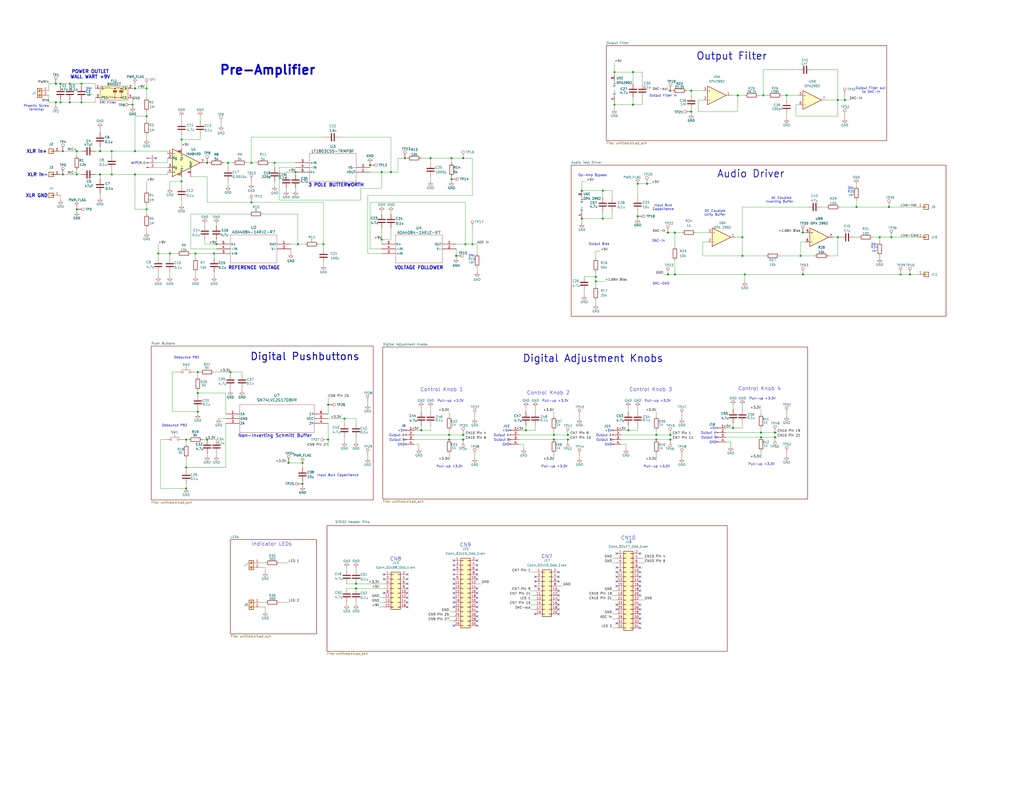
<source format=kicad_sch>
(kicad_sch (version 20231120) (generator "eeschema") (generator_version "8.0")
  (paper "C")
  (title_block (title "Pre-Amplifier Design - Jonathan Ogilvie") (rev "A"))
  (junction (at 41.91 95.25))
  (junction (at 54.61 95.25))
  (junction (at 137.16 110.49))
  (junction (at 60.96 95.25))
  (junction (at 491.49 149.86))
  (junction (at 402.59 52.07))
  (junction (at 365.76 240.03))
  (junction (at 415.29 236.22))
  (junction (at 125.73 203.2))
  (junction (at 335.28 57.15))
  (junction (at 201.93 90.17))
  (junction (at 467.36 113.03))
  (junction (at 187.96 228.6))
  (junction (at 325.12 151.13))
  (junction (at 73.66 82.55))
  (junction (at 38.1 55.88))
  (junction (at 436.88 139.7))
  (junction (at 33.02 45.72))
  (junction (at 60.96 82.55))
  (junction (at 496.57 149.86))
  (junction (at 106.68 138.43))
  (junction (at 149.86 88.9))
  (junction (at 92.71 138.43))
  (junction (at 347.98 118.11))
  (junction (at 287.02 234.95))
  (junction (at 368.3 149.86))
  (junction (at 302.26 237.49))
  (junction (at 107.95 224.79))
  (junction (at 438.15 149.86))
  (junction (at 347.98 100.33))
  (junction (at 213.36 93.98))
  (junction (at 80.01 63.5))
  (junction (at 422.91 236.22))
  (junction (at 33.02 55.88))
  (junction (at 461.01 54.61))
  (junction (at 246.38 86.36))
  (junction (at 457.2 54.61))
  (junction (at 101.6 266.7))
  (junction (at 342.9 234.95))
  (junction (at 328.93 119.38))
  (junction (at 176.53 133.35))
  (junction (at 161.29 93.98))
  (junction (at 438.15 127))
  (junction (at 364.49 127))
  (junction (at 368.3 127))
  (junction (at 353.06 100.33))
  (junction (at 377.19 49.53))
  (junction (at 113.03 240.03))
  (junction (at 302.26 240.03))
  (junction (at 480.06 129.54))
  (junction (at 179.07 220.98))
  (junction (at 365.76 237.49))
  (junction (at 162.56 133.35))
  (junction (at 309.88 237.49))
  (junction (at 72.39 57.15))
  (junction (at 137.16 88.9))
  (junction (at 38.1 45.72))
  (junction (at 422.91 238.76))
  (junction (at 486.41 129.54))
  (junction (at 194.31 321.31))
  (junction (at 165.1 264.16))
  (junction (at 194.31 318.77))
  (junction (at 124.46 88.9))
  (junction (at 41.91 82.55))
  (junction (at 80.01 114.3))
  (junction (at 165.1 252.73))
  (junction (at 415.29 238.76))
  (junction (at 30.48 55.88))
  (junction (at 116.84 138.43))
  (junction (at 416.56 52.07))
  (junction (at 99.06 99.06))
  (junction (at 113.03 88.9))
  (junction (at 208.28 130.81))
  (junction (at 328.93 104.14))
  (junction (at 254 133.35))
  (junction (at 179.07 240.03))
  (junction (at 252.73 237.49))
  (junction (at 485.14 113.03))
  (junction (at 234.95 86.36))
  (junction (at 252.73 86.36))
  (junction (at 246.38 97.79))
  (junction (at 345.44 39.37))
  (junction (at 429.26 52.07))
  (junction (at 73.66 48.26))
  (junction (at 220.98 86.36))
  (junction (at 41.91 114.3))
  (junction (at 86.36 138.43))
  (junction (at 317.5 104.14))
  (junction (at 245.11 240.03))
  (junction (at 73.66 95.25))
  (junction (at 252.73 240.03))
  (junction (at 400.05 233.68))
  (junction (at 248.92 139.7))
  (junction (at 377.19 60.96))
  (junction (at 101.6 240.03))
  (junction (at 358.14 237.49))
  (junction (at 405.13 139.7))
  (junction (at 118.11 133.35))
  (junction (at 99.06 76.2))
  (junction (at 54.61 82.55))
  (junction (at 457.2 129.54))
  (junction (at 345.44 57.15))
  (junction (at 44.45 45.72))
  (junction (at 317.5 119.38))
  (junction (at 406.4 149.86))
  (junction (at 157.48 252.73))
  (junction (at 257.81 133.35))
  (junction (at 107.95 214.63))
  (junction (at 30.48 45.72))
  (junction (at 364.49 149.86))
  (junction (at 335.28 39.37))
  (junction (at 325.12 153.67))
  (junction (at 358.14 240.03))
  (junction (at 44.45 55.88))
  (junction (at 34.29 82.55))
  (junction (at 80.01 48.26))
  (junction (at 309.88 240.03))
  (junction (at 34.29 95.25))
  (junction (at 208.28 93.98))
  (junction (at 107.95 203.2))
  (junction (at 101.6 255.27))
  (junction (at 365.76 49.53))
  (junction (at 405.13 129.54))
  (junction (at 229.87 234.95))
  (junction (at 245.11 237.49))
  (no_connect (at 349.25 312.42))
  (no_connect (at 349.25 337.82))
  (no_connect (at 222.25 323.85))
  (no_connect (at 222.25 326.39))
  (no_connect (at 222.25 318.77))
  (no_connect (at 292.1 320.04))
  (no_connect (at 349.25 340.36))
  (no_connect (at 85.09 86.36))
  (no_connect (at 209.55 316.23))
  (no_connect (at 349.25 314.96))
  (no_connect (at 247.65 308.61))
  (no_connect (at 209.55 323.85))
  (no_connect (at 209.55 313.69))
  (no_connect (at 260.35 313.69))
  (no_connect (at 349.25 330.2))
  (no_connect (at 247.65 323.85))
  (no_connect (at 222.25 331.47))
  (no_connect (at 304.8 327.66))
  (no_connect (at 247.65 321.31))
  (no_connect (at 304.8 330.2))
  (no_connect (at 247.65 328.93))
  (no_connect (at 260.35 321.31))
  (no_connect (at 292.1 335.28))
  (no_connect (at 247.65 318.77))
  (no_connect (at 247.65 326.39))
  (no_connect (at 260.35 308.61))
  (no_connect (at 292.1 317.5))
  (no_connect (at 260.35 311.15))
  (no_connect (at 304.8 322.58))
  (no_connect (at 247.65 331.47))
  (no_connect (at 260.35 328.93))
  (no_connect (at 349.25 320.04))
  (no_connect (at 304.8 325.12))
  (no_connect (at 349.25 302.26))
  (no_connect (at 260.35 334.01))
  (no_connect (at 349.25 317.5))
  (no_connect (at 349.25 309.88))
  (no_connect (at 304.8 335.28))
  (no_connect (at 222.25 321.31))
  (no_connect (at 260.35 336.55))
  (no_connect (at 260.35 323.85))
  (no_connect (at 304.8 332.74))
  (no_connect (at 222.25 316.23))
  (no_connect (at 292.1 314.96))
  (no_connect (at 222.25 313.69))
  (no_connect (at 336.55 312.42))
  (no_connect (at 336.55 314.96))
  (no_connect (at 349.25 322.58))
  (no_connect (at 336.55 320.04))
  (no_connect (at 247.65 311.15))
  (no_connect (at 222.25 328.93))
  (no_connect (at 260.35 326.39))
  (no_connect (at 247.65 313.69))
  (no_connect (at 260.35 316.23))
  (no_connect (at 336.55 317.5))
  (no_connect (at 260.35 306.07))
  (no_connect (at 336.55 302.26))
  (no_connect (at 260.35 339.09))
  (no_connect (at 349.25 332.74))
  (no_connect (at 349.25 325.12))
  (no_connect (at 336.55 309.88))
  (no_connect (at 336.55 330.2))
  (no_connect (at 336.55 332.74))
  (no_connect (at 349.25 335.28))
  (no_connect (at 349.25 342.9))
  (no_connect (at 260.35 341.63))
  (no_connect (at 247.65 316.23))
  (no_connect (at 260.35 331.47))
  (no_connect (at 247.65 341.63))
  (no_connect (at 304.8 314.96))
  (no_connect (at 304.8 312.42))
  (no_connect (at 304.8 317.5))
  (no_connect (at 247.65 306.07))
  (no_connect (at 336.55 340.36))
  (wire (pts (xy 245.11 237.49) (xy 252.73 237.49)))
  (wire (pts (xy 60.96 95.25) (xy 60.96 92.71)))
  (wire (pts (xy 480.06 129.54) (xy 480.06 132.08)))
  (wire (pts (xy 374.65 49.53) (xy 377.19 49.53)))
  (wire (pts (xy 467.36 101.6) (xy 467.36 100.33)))
  (wire (pts (xy 283.21 240.03) (xy 302.26 240.03)))
  (wire (pts (xy 93.98 203.2) (xy 93.98 224.79)))
  (wire (pts (xy 161.29 102.87) (xy 161.29 104.14)))
  (wire (pts (xy 80.01 114.3) (xy 73.66 114.3)))
  (wire (pts (xy 85.09 91.44) (xy 91.44 91.44)))
  (wire (pts (xy 248.92 133.35) (xy 254 133.35)))
  (wire (pts (xy 26.67 55.88) (xy 30.48 55.88)))
  (wire (pts (xy 345.44 53.34) (xy 345.44 57.15)))
  (wire (pts (xy 208.28 102.87) (xy 208.28 93.98)))
  (wire (pts (xy 229.87 86.36) (xy 234.95 86.36)))
  (wire (pts (xy 91.44 82.55) (xy 73.66 82.55)))
  (wire (pts (xy 132.08 204.47) (xy 132.08 203.2)))
  (wire (pts (xy 457.2 139.7) (xy 457.2 129.54)))
  (wire (pts (xy 379.73 127) (xy 386.08 127)))
  (wire (pts (xy 358.14 237.49) (xy 365.76 237.49)))
  (wire (pts (xy 73.66 63.5) (xy 73.66 82.55)))
  (wire (pts (xy 196.85 109.22) (xy 196.85 102.87)))
  (wire (pts (xy 302.26 237.49) (xy 309.88 237.49)))
  (wire (pts (xy 334.01 325.12) (xy 336.55 325.12)))
  (wire (pts (xy 383.54 139.7) (xy 405.13 139.7)))
  (wire (pts (xy 486.41 129.54) (xy 500.38 129.54)))
  (wire (pts (xy 476.25 129.54) (xy 480.06 129.54)))
  (wire (pts (xy 292.1 232.41) (xy 292.1 234.95)))
  (wire (pts (xy 52.07 95.25) (xy 54.61 95.25)))
  (wire (pts (xy 398.78 52.07) (xy 402.59 52.07)))
  (wire (pts (xy 116.84 148.59) (xy 116.84 151.13)))
  (wire (pts (xy 33.02 106.68) (xy 33.02 109.22)))
  (wire (pts (xy 496.57 149.86) (xy 500.38 149.86)))
  (wire (pts (xy 461.01 52.07) (xy 461.01 54.61)))
  (wire (pts (xy 87.63 266.7) (xy 101.6 266.7)))
  (wire (pts (xy 142.24 309.88) (xy 144.78 309.88)))
  (wire (pts (xy 147.32 88.9) (xy 149.86 88.9)))
  (wire (pts (xy 415.29 236.22) (xy 422.91 236.22)))
  (wire (pts (xy 435.61 38.1) (xy 416.56 38.1)))
  (wire (pts (xy 116.84 138.43) (xy 118.11 138.43)))
  (wire (pts (xy 99.06 73.66) (xy 99.06 76.2)))
  (wire (pts (xy 54.61 80.01) (xy 54.61 82.55)))
  (wire (pts (xy 372.11 227.33) (xy 372.11 228.6)))
  (wire (pts (xy 461.01 63.5) (xy 461.01 64.77)))
  (wire (pts (xy 347.98 232.41) (xy 347.98 234.95)))
  (wire (pts (xy 252.73 240.03) (xy 254 240.03)))
  (wire (pts (xy 365.76 49.53) (xy 367.03 49.53)))
  (wire (pts (xy 156.21 93.98) (xy 161.29 93.98)))
  (wire (pts (xy 80.01 60.96) (xy 80.01 63.5)))
  (wire (pts (xy 289.56 325.12) (xy 292.1 325.12)))
  (wire (pts (xy 252.73 86.36) (xy 246.38 86.36)))
  (wire (pts (xy 73.66 95.25) (xy 60.96 95.25)))
  (wire (pts (xy 86.36 148.59) (xy 86.36 151.13)))
  (wire (pts (xy 125.73 212.09) (xy 125.73 213.36)))
  (wire (pts (xy 325.12 153.67) (xy 325.12 156.21)))
  (wire (pts (xy 415.29 233.68) (xy 415.29 236.22)))
  (wire (pts (xy 33.02 95.25) (xy 34.29 95.25)))
  (wire (pts (xy 118.11 247.65) (xy 118.11 248.92)))
  (wire (pts (xy 229.87 234.95) (xy 234.95 234.95)))
  (wire (pts (xy 415.29 223.52) (xy 415.29 226.06)))
  (wire (pts (xy 252.73 237.49) (xy 254 237.49)))
  (wire (pts (xy 480.06 139.7) (xy 480.06 140.97)))
  (wire (pts (xy 226.06 237.49) (xy 245.11 237.49)))
  (wire (pts (xy 491.49 149.86) (xy 496.57 149.86)))
  (wire (pts (xy 234.95 96.52) (xy 234.95 99.06)))
  (wire (pts (xy 228.6 242.57) (xy 228.6 245.11)))
  (wire (pts (xy 248.92 135.89) (xy 248.92 139.7)))
  (wire (pts (xy 208.28 93.98) (xy 213.36 93.98)))
  (wire (pts (xy 358.14 247.65) (xy 358.14 251.46)))
  (wire (pts (xy 254 133.35) (xy 257.81 133.35)))
  (wire (pts (xy 118.11 121.92) (xy 118.11 123.19)))
  (wire (pts (xy 152.4 91.44) (xy 152.4 109.22)))
  (wire (pts (xy 86.36 138.43) (xy 92.71 138.43)))
  (wire (pts (xy 142.24 331.47) (xy 144.78 331.47)))
  (wire (pts (xy 72.39 48.26) (xy 73.66 48.26)))
  (wire (pts (xy 450.85 54.61) (xy 457.2 54.61)))
  (wire (pts (xy 113.03 240.03) (xy 118.11 240.03)))
  (wire (pts (xy 405.13 113.03) (xy 440.69 113.03)))
  (wire (pts (xy 44.45 55.88) (xy 52.07 55.88)))
  (wire (pts (xy 149.86 88.9) (xy 161.29 88.9)))
  (wire (pts (xy 213.36 93.98) (xy 217.17 93.98)))
  (wire (pts (xy 358.14 240.03) (xy 365.76 240.03)))
  (wire (pts (xy 179.07 220.98) (xy 179.07 226.06)))
  (wire (pts (xy 194.31 231.14) (xy 194.31 228.6)))
  (wire (pts (xy 257.81 133.35) (xy 260.35 133.35)))
  (wire (pts (xy 152.4 328.93) (xy 157.48 328.93)))
  (wire (pts (xy 335.28 57.15) (xy 345.44 57.15)))
  (wire (pts (xy 101.6 250.19) (xy 101.6 255.27)))
  (wire (pts (xy 213.36 130.81) (xy 208.28 130.81)))
  (wire (pts (xy 187.96 238.76) (xy 187.96 241.3)))
  (wire (pts (xy 165.1 252.73) (xy 165.1 255.27)))
  (wire (pts (xy 189.23 309.88) (xy 189.23 311.15)))
  (wire (pts (xy 107.95 224.79) (xy 107.95 226.06)))
  (wire (pts (xy 245.11 339.09) (xy 247.65 339.09)))
  (wire (pts (xy 309.88 240.03) (xy 311.15 240.03)))
  (wire (pts (xy 402.59 52.07) (xy 402.59 60.96)))
  (wire (pts (xy 179.07 240.03) (xy 179.07 243.84)))
  (wire (pts (xy 287.02 222.25) (xy 287.02 224.79)))
  (wire (pts (xy 345.44 57.15) (xy 350.52 57.15)))
  (wire (pts (xy 137.16 88.9) (xy 139.7 88.9)))
  (wire (pts (xy 334.01 322.58) (xy 336.55 322.58)))
  (wire (pts (xy 30.48 45.72) (xy 33.02 45.72)))
  (wire (pts (xy 207.01 326.39) (xy 209.55 326.39)))
  (wire (pts (xy 156.21 102.87) (xy 156.21 104.14)))
  (wire (pts (xy 245.11 240.03) (xy 252.73 240.03)))
  (wire (pts (xy 467.36 109.22) (xy 467.36 113.03)))
  (wire (pts (xy 335.28 39.37) (xy 335.28 40.64)))
  (wire (pts (xy 93.98 224.79) (xy 107.95 224.79)))
  (wire (pts (xy 350.52 53.34) (xy 350.52 57.15)))
  (wire (pts (xy 302.26 240.03) (xy 309.88 240.03)))
  (wire (pts (xy 257.81 106.68) (xy 200.66 106.68)))
  (wire (pts (xy 109.22 73.66) (xy 109.22 76.2)))
  (wire (pts (xy 342.9 232.41) (xy 342.9 234.95)))
  (wire (pts (xy 33.02 45.72) (xy 33.02 46.99)))
  (wire (pts (xy 86.36 140.97) (xy 86.36 138.43)))
  (wire (pts (xy 99.06 109.22) (xy 99.06 111.76)))
  (wire (pts (xy 485.14 113.03) (xy 500.38 113.03)))
  (wire (pts (xy 124.46 88.9) (xy 124.46 91.44)))
  (wire (pts (xy 401.32 129.54) (xy 405.13 129.54)))
  (wire (pts (xy 405.13 231.14) (xy 405.13 233.68)))
  (wire (pts (xy 162.56 133.35) (xy 166.37 133.35)))
  (wire (pts (xy 245.11 224.79) (xy 245.11 227.33)))
  (wire (pts (xy 383.54 54.61) (xy 381 54.61)))
  (wire (pts (xy 34.29 95.25) (xy 41.91 95.25)))
  (wire (pts (xy 415.29 246.38) (xy 415.29 250.19)))
  (wire (pts (xy 152.4 91.44) (xy 161.29 91.44)))
  (wire (pts (xy 44.45 45.72) (xy 44.45 46.99)))
  (wire (pts (xy 194.31 318.77) (xy 209.55 318.77)))
  (wire (pts (xy 429.26 226.06) (xy 429.26 227.33)))
  (wire (pts (xy 80.01 73.66) (xy 80.01 76.2)))
  (wire (pts (xy 52.07 45.72) (xy 52.07 48.26)))
  (wire (pts (xy 113.03 96.52) (xy 113.03 110.49)))
  (wire (pts (xy 226.06 234.95) (xy 229.87 234.95)))
  (wire (pts (xy 334.01 337.82) (xy 336.55 337.82)))
  (wire (pts (xy 425.45 139.7) (xy 436.88 139.7)))
  (wire (pts (xy 91.44 88.9) (xy 91.44 86.36)))
  (wire (pts (xy 107.95 213.36) (xy 107.95 214.63)))
  (wire (pts (xy 234.95 86.36) (xy 246.38 86.36)))
  (wire (pts (xy 124.46 88.9) (xy 127 88.9)))
  (wire (pts (xy 41.91 113.03) (xy 41.91 114.3)))
  (wire (pts (xy 52.07 55.88) (xy 52.07 53.34)))
  (wire (pts (xy 435.61 57.15) (xy 434.34 57.15)))
  (wire (pts (xy 415.29 238.76) (xy 422.91 238.76)))
  (wire (pts (xy 80.01 63.5) (xy 80.01 66.04)))
  (wire (pts (xy 207.01 331.47) (xy 209.55 331.47)))
  (wire (pts (xy 335.28 39.37) (xy 345.44 39.37)))
  (wire (pts (xy 458.47 113.03) (xy 467.36 113.03)))
  (wire (pts (xy 189.23 321.31) (xy 194.31 321.31)))
  (wire (pts (xy 377.19 60.96) (xy 377.19 62.23)))
  (wire (pts (xy 287.02 232.41) (xy 287.02 234.95)))
  (wire (pts (xy 335.28 55.88) (xy 335.28 57.15)))
  (wire (pts (xy 92.71 138.43) (xy 92.71 140.97)))
  (wire (pts (xy 234.95 222.25) (xy 234.95 224.79)))
  (wire (pts (xy 334.01 104.14) (xy 328.93 104.14)))
  (wire (pts (xy 107.95 223.52) (xy 107.95 224.79)))
  (wire (pts (xy 334.01 335.28) (xy 336.55 335.28)))
  (wire (pts (xy 104.14 138.43) (xy 106.68 138.43)))
  (wire (pts (xy 217.17 86.36) (xy 220.98 86.36)))
  (wire (pts (xy 364.49 49.53) (xy 365.76 49.53)))
  (wire (pts (xy 179.07 217.17) (xy 179.07 220.98)))
  (wire (pts (xy 54.61 82.55) (xy 60.96 82.55)))
  (wire (pts (xy 422.91 236.22) (xy 424.18 236.22)))
  (wire (pts (xy 377.19 49.53) (xy 383.54 49.53)))
  (wire (pts (xy 457.2 38.1) (xy 457.2 54.61)))
  (wire (pts (xy 161.29 93.98) (xy 161.29 95.25)))
  (wire (pts (xy 201.93 110.49) (xy 254 110.49)))
  (wire (pts (xy 124.46 99.06) (xy 124.46 101.6)))
  (wire (pts (xy 120.65 67.31) (xy 120.65 68.58)))
  (wire (pts (xy 434.34 57.15) (xy 434.34 63.5)))
  (wire (pts (xy 137.16 110.49) (xy 176.53 110.49)))
  (wire (pts (xy 165.1 262.89) (xy 165.1 264.16)))
  (wire (pts (xy 260.35 318.77) (xy 262.89 318.77)))
  (wire (pts (xy 179.07 231.14) (xy 179.07 240.03)))
  (wire (pts (xy 91.44 95.25) (xy 73.66 95.25)))
  (wire (pts (xy 86.36 133.35) (xy 86.36 138.43)))
  (wire (pts (xy 246.38 96.52) (xy 246.38 97.79)))
  (wire (pts (xy 436.88 127) (xy 438.15 127)))
  (wire (pts (xy 347.98 100.33) (xy 347.98 107.95)))
  (wire (pts (xy 347.98 115.57) (xy 347.98 118.11)))
  (wire (pts (xy 99.06 99.06) (xy 99.06 101.6)))
  (wire (pts (xy 335.28 34.29) (xy 335.28 39.37)))
  (wire (pts (xy 257.81 86.36) (xy 257.81 106.68)))
  (wire (pts (xy 220.98 86.36) (xy 222.25 86.36)))
  (wire (pts (xy 80.01 124.46) (xy 80.01 127)))
  (wire (pts (xy 111.76 130.81) (xy 111.76 133.35)))
  (wire (pts (xy 54.61 95.25) (xy 54.61 97.79)))
  (wire (pts (xy 245.11 247.65) (xy 245.11 251.46)))
  (wire (pts (xy 137.16 99.06) (xy 137.16 100.33)))
  (wire (pts (xy 41.91 95.25) (xy 44.45 95.25)))
  (wire (pts (xy 372.11 248.92) (xy 372.11 250.19)))
  (wire (pts (xy 364.49 149.86) (xy 368.3 149.86)))
  (wire (pts (xy 119.38 228.6) (xy 123.19 228.6)))
  (wire (pts (xy 187.96 228.6) (xy 187.96 231.14)))
  (wire (pts (xy 349.25 307.34) (xy 351.79 307.34)))
  (wire (pts (xy 200.66 219.71) (xy 200.66 220.98)))
  (wire (pts (xy 245.11 234.95) (xy 245.11 237.49)))
  (wire (pts (xy 194.31 321.31) (xy 209.55 321.31)))
  (wire (pts (xy 208.28 124.46) (xy 208.28 130.81)))
  (wire (pts (xy 26.67 49.53) (xy 26.67 45.72)))
  (wire (pts (xy 101.6 264.16) (xy 101.6 266.7)))
  (wire (pts (xy 317.5 119.38) (xy 328.93 119.38)))
  (wire (pts (xy 72.39 57.15) (xy 72.39 58.42)))
  (wire (pts (xy 208.28 115.57) (xy 208.28 116.84)))
  (wire (pts (xy 201.93 135.89) (xy 201.93 110.49)))
  (wire (pts (xy 80.01 114.3) (xy 80.01 116.84)))
  (wire (pts (xy 289.56 332.74) (xy 292.1 332.74)))
  (wire (pts (xy 368.3 127) (xy 372.11 127)))
  (wire (pts (xy 480.06 129.54) (xy 486.41 129.54)))
  (wire (pts (xy 361.95 149.86) (xy 364.49 149.86)))
  (wire (pts (xy 162.56 116.84) (xy 162.56 133.35)))
  (wire (pts (xy 185.42 74.93) (xy 213.36 74.93)))
  (wire (pts (xy 400.05 231.14) (xy 400.05 233.68)))
  (wire (pts (xy 125.73 203.2) (xy 125.73 204.47)))
  (wire (pts (xy 201.93 93.98) (xy 208.28 93.98)))
  (wire (pts (xy 342.9 234.95) (xy 347.98 234.95)))
  (wire (pts (xy 318.77 158.75) (xy 318.77 161.29)))
  (wire (pts (xy 73.66 45.72) (xy 73.66 48.26)))
  (wire (pts (xy 429.26 52.07) (xy 429.26 54.61)))
  (wire (pts (xy 436.88 132.08) (xy 436.88 139.7)))
  (wire (pts (xy 30.48 55.88) (xy 33.02 55.88)))
  (wire (pts (xy 38.1 55.88) (xy 44.45 55.88)))
  (wire (pts (xy 194.31 328.93) (xy 194.31 330.2)))
  (wire (pts (xy 259.08 227.33) (xy 259.08 228.6)))
  (wire (pts (xy 38.1 54.61) (xy 38.1 55.88)))
  (wire (pts (xy 109.22 76.2) (xy 99.06 76.2)))
  (wire (pts (xy 317.5 104.14) (xy 328.93 104.14)))
  (wire (pts (xy 96.52 203.2) (xy 93.98 203.2)))
  (wire (pts (xy 345.44 39.37) (xy 345.44 45.72)))
  (wire (pts (xy 259.08 248.92) (xy 259.08 250.19)))
  (wire (pts (xy 320.04 99.06) (xy 317.5 99.06)))
  (wire (pts (xy 101.6 255.27) (xy 101.6 256.54)))
  (wire (pts (xy 316.23 227.33) (xy 316.23 228.6)))
  (wire (pts (xy 207.01 328.93) (xy 209.55 328.93)))
  (wire (pts (xy 44.45 54.61) (xy 44.45 55.88)))
  (wire (pts (xy 99.06 96.52) (xy 99.06 99.06)))
  (wire (pts (xy 325.12 153.67) (xy 330.2 153.67)))
  (wire (pts (xy 327.66 137.16) (xy 325.12 137.16)))
  (wire (pts (xy 41.91 92.71) (xy 41.91 95.25)))
  (wire (pts (xy 123.19 214.63) (xy 123.19 226.06)))
  (wire (pts (xy 99.06 63.5) (xy 99.06 66.04)))
  (wire (pts (xy 118.11 130.81) (xy 118.11 133.35)))
  (wire (pts (xy 438.15 127) (xy 439.42 127)))
  (wire (pts (xy 38.1 45.72) (xy 38.1 46.99)))
  (wire (pts (xy 334.01 342.9) (xy 336.55 342.9)))
  (wire (pts (xy 292.1 222.25) (xy 292.1 224.79)))
  (wire (pts (xy 302.26 247.65) (xy 302.26 251.46)))
  (wire (pts (xy 194.31 228.6) (xy 187.96 228.6)))
  (wire (pts (xy 245.11 334.01) (xy 247.65 334.01)))
  (wire (pts (xy 143.51 116.84) (xy 162.56 116.84)))
  (wire (pts (xy 383.54 132.08) (xy 383.54 139.7)))
  (wire (pts (xy 342.9 222.25) (xy 342.9 224.79)))
  (wire (pts (xy 405.13 129.54) (xy 405.13 139.7)))
  (wire (pts (xy 334.01 119.38) (xy 328.93 119.38)))
  (wire (pts (xy 289.56 330.2) (xy 292.1 330.2)))
  (wire (pts (xy 358.14 234.95) (xy 358.14 237.49)))
  (wire (pts (xy 107.95 203.2) (xy 107.95 205.74)))
  (wire (pts (xy 364.49 127) (xy 368.3 127)))
  (wire (pts (xy 80.01 63.5) (xy 73.66 63.5)))
  (wire (pts (xy 248.92 139.7) (xy 248.92 140.97)))
  (wire (pts (xy 113.03 110.49) (xy 137.16 110.49)))
  (wire (pts (xy 405.13 220.98) (xy 405.13 223.52)))
  (wire (pts (xy 318.77 151.13) (xy 325.12 151.13)))
  (wire (pts (xy 107.95 214.63) (xy 123.19 214.63)))
  (wire (pts (xy 368.3 142.24) (xy 368.3 149.86)))
  (wire (pts (xy 26.67 52.07) (xy 26.67 55.88)))
  (wire (pts (xy 100.33 240.03) (xy 101.6 240.03)))
  (wire (pts (xy 90.17 240.03) (xy 87.63 240.03)))
  (wire (pts (xy 334.01 307.34) (xy 336.55 307.34)))
  (wire (pts (xy 80.01 111.76) (xy 80.01 114.3)))
  (wire (pts (xy 137.16 74.93) (xy 137.16 88.9)))
  (wire (pts (xy 80.01 46.99) (xy 80.01 48.26)))
  (wire (pts (xy 158.75 133.35) (xy 162.56 133.35)))
  (wire (pts (xy 439.42 132.08) (xy 436.88 132.08)))
  (wire (pts (xy 106.68 148.59) (xy 106.68 151.13)))
  (wire (pts (xy 41.91 85.09) (xy 41.91 82.55)))
  (wire (pts (xy 365.76 240.03) (xy 367.03 240.03)))
  (wire (pts (xy 416.56 52.07) (xy 419.1 52.07)))
  (wire (pts (xy 257.81 124.46) (xy 257.81 133.35)))
  (wire (pts (xy 386.08 132.08) (xy 383.54 132.08)))
  (wire (pts (xy 246.38 97.79) (xy 246.38 99.06)))
  (wire (pts (xy 54.61 69.85) (xy 54.61 72.39)))
  (wire (pts (xy 283.21 234.95) (xy 287.02 234.95)))
  (wire (pts (xy 429.26 62.23) (xy 429.26 64.77)))
  (wire (pts (xy 287.02 234.95) (xy 292.1 234.95)))
  (wire (pts (xy 335.28 57.15) (xy 335.28 59.69)))
  (wire (pts (xy 289.56 327.66) (xy 292.1 327.66)))
  (wire (pts (xy 189.23 328.93) (xy 189.23 330.2)))
  (wire (pts (xy 260.35 133.35) (xy 260.35 138.43)))
  (wire (pts (xy 334.01 104.14) (xy 334.01 107.95)))
  (wire (pts (xy 87.63 240.03) (xy 87.63 266.7)))
  (wire (pts (xy 350.52 45.72) (xy 350.52 39.37)))
  (wire (pts (xy 396.24 236.22) (xy 415.29 236.22)))
  (wire (pts (xy 132.08 203.2) (xy 125.73 203.2)))
  (wire (pts (xy 110.49 240.03) (xy 113.03 240.03)))
  (wire (pts (xy 80.01 53.34) (xy 80.01 48.26)))
  (wire (pts (xy 107.95 214.63) (xy 107.95 215.9)))
  (wire (pts (xy 134.62 88.9) (xy 137.16 88.9)))
  (wire (pts (xy 260.35 146.05) (xy 260.35 148.59)))
  (wire (pts (xy 144.78 309.88) (xy 144.78 312.42)))
  (wire (pts (xy 341.63 242.57) (xy 341.63 245.11)))
  (wire (pts (xy 101.6 240.03) (xy 102.87 240.03)))
  (wire (pts (xy 91.44 83.82) (xy 91.44 82.55)))
  (wire (pts (xy 104.14 96.52) (xy 113.03 96.52)))
  (wire (pts (xy 434.34 63.5) (xy 457.2 63.5)))
  (wire (pts (xy 200.66 138.43) (xy 208.28 138.43)))
  (wire (pts (xy 377.19 49.53) (xy 377.19 52.07)))
  (wire (pts (xy 111.76 121.92) (xy 111.76 123.19)))
  (wire (pts (xy 316.23 248.92) (xy 316.23 250.19)))
  (wire (pts (xy 196.85 102.87) (xy 208.28 102.87)))
  (wire (pts (xy 317.5 99.06) (xy 317.5 104.14)))
  (wire (pts (xy 402.59 52.07) (xy 406.4 52.07)))
  (wire (pts (xy 177.8 74.93) (xy 137.16 74.93)))
  (wire (pts (xy 368.3 127) (xy 368.3 134.62)))
  (wire (pts (xy 426.72 52.07) (xy 429.26 52.07)))
  (wire (pts (xy 123.19 231.14) (xy 123.19 255.27)))
  (wire (pts (xy 142.24 307.34) (xy 144.78 307.34)))
  (wire (pts (xy 106.68 203.2) (xy 107.95 203.2)))
  (wire (pts (xy 149.86 88.9) (xy 149.86 91.44)))
  (wire (pts (xy 92.71 148.59) (xy 92.71 151.13)))
  (wire (pts (xy 157.48 252.73) (xy 165.1 252.73)))
  (wire (pts (xy 328.93 115.57) (xy 328.93 119.38)))
  (wire (pts (xy 289.56 322.58) (xy 292.1 322.58)))
  (wire (pts (xy 436.88 139.7) (xy 444.5 139.7)))
  (wire (pts (xy 33.02 55.88) (xy 38.1 55.88)))
  (wire (pts (xy 289.56 312.42) (xy 292.1 312.42)))
  (wire (pts (xy 454.66 129.54) (xy 457.2 129.54)))
  (wire (pts (xy 457.2 54.61) (xy 457.2 63.5)))
  (wire (pts (xy 144.78 331.47) (xy 144.78 334.01)))
  (wire (pts (xy 106.68 138.43) (xy 116.84 138.43)))
  (wire (pts (xy 317.5 119.38) (xy 317.5 121.92)))
  (wire (pts (xy 44.45 45.72) (xy 52.07 45.72)))
  (wire (pts (xy 466.09 129.54) (xy 468.63 129.54)))
  (wire (pts (xy 156.21 252.73) (xy 157.48 252.73)))
  (wire (pts (xy 345.44 39.37) (xy 350.52 39.37)))
  (wire (pts (xy 189.23 318.77) (xy 194.31 318.77)))
  (wire (pts (xy 132.08 212.09) (xy 132.08 213.36)))
  (wire (pts (xy 429.26 247.65) (xy 429.26 248.92)))
  (wire (pts (xy 339.09 234.95) (xy 342.9 234.95)))
  (wire (pts (xy 325.12 137.16) (xy 325.12 140.97)))
  (wire (pts (xy 405.13 129.54) (xy 405.13 113.03)))
  (wire (pts (xy 302.26 234.95) (xy 302.26 237.49)))
  (wire (pts (xy 457.2 54.61) (xy 461.01 54.61)))
  (wire (pts (xy 73.66 114.3) (xy 73.66 95.25)))
  (wire (pts (xy 176.53 143.51) (xy 176.53 144.78)))
  (wire (pts (xy 363.22 127) (xy 364.49 127)))
  (wire (pts (xy 257.81 86.36) (xy 252.73 86.36)))
  (wire (pts (xy 158.75 135.89) (xy 158.75 138.43)))
  (wire (pts (xy 334.01 304.8) (xy 336.55 304.8)))
  (wire (pts (xy 176.53 110.49) (xy 176.53 133.35)))
  (wire (pts (xy 325.12 148.59) (xy 325.12 151.13)))
  (wire (pts (xy 229.87 232.41) (xy 229.87 234.95)))
  (wire (pts (xy 328.93 104.14) (xy 328.93 107.95)))
  (wire (pts (xy 285.75 242.57) (xy 285.75 245.11)))
  (wire (pts (xy 229.87 222.25) (xy 229.87 224.79)))
  (wire (pts (xy 381 54.61) (xy 381 60.96)))
  (wire (pts (xy 91.44 93.98) (xy 91.44 95.25)))
  (wire (pts (xy 156.21 93.98) (xy 156.21 95.25)))
  (wire (pts (xy 213.36 115.57) (xy 213.36 116.84)))
  (wire (pts (xy 113.03 88.9) (xy 114.3 88.9)))
  (wire (pts (xy 92.71 99.06) (xy 99.06 99.06)))
  (wire (pts (xy 201.93 88.9) (xy 201.93 90.17)))
  (wire (pts (xy 38.1 45.72) (xy 44.45 45.72)))
  (wire (pts (xy 54.61 95.25) (xy 60.96 95.25)))
  (wire (pts (xy 176.53 133.35) (xy 176.53 135.89)))
  (wire (pts (xy 452.12 139.7) (xy 457.2 139.7)))
  (wire (pts (xy 368.3 149.86) (xy 406.4 149.86)))
  (wire (pts (xy 104.14 116.84) (xy 135.89 116.84)))
  (wire (pts (xy 429.26 52.07) (xy 435.61 52.07)))
  (wire (pts (xy 111.76 88.9) (xy 113.03 88.9)))
  (wire (pts (xy 226.06 240.03) (xy 245.11 240.03)))
  (wire (pts (xy 41.91 114.3) (xy 41.91 115.57)))
  (wire (pts (xy 438.15 149.86) (xy 491.49 149.86)))
  (wire (pts (xy 398.78 241.3) (xy 398.78 243.84)))
  (wire (pts (xy 54.61 105.41) (xy 54.61 107.95)))
  (wire (pts (xy 165.1 264.16) (xy 165.1 265.43)))
  (wire (pts (xy 309.88 237.49) (xy 311.15 237.49)))
  (wire (pts (xy 217.17 93.98) (xy 217.17 86.36)))
  (wire (pts (xy 283.21 242.57) (xy 285.75 242.57)))
  (wire (pts (xy 396.24 241.3) (xy 398.78 241.3)))
  (wire (pts (xy 334.01 327.66) (xy 336.55 327.66)))
  (wire (pts (xy 149.86 99.06) (xy 149.86 101.6)))
  (wire (pts (xy 106.68 138.43) (xy 106.68 140.97)))
  (wire (pts (xy 33.02 45.72) (xy 38.1 45.72)))
  (wire (pts (xy 101.6 240.03) (xy 101.6 242.57)))
  (wire (pts (xy 304.8 320.04) (xy 307.34 320.04)))
  (wire (pts (xy 85.09 88.9) (xy 91.44 88.9)))
  (wire (pts (xy 353.06 100.33) (xy 355.6 100.33)))
  (wire (pts (xy 339.09 240.03) (xy 358.14 240.03)))
  (wire (pts (xy 358.14 224.79) (xy 358.14 227.33)))
  (wire (pts (xy 201.93 90.17) (xy 201.93 91.44)))
  (wire (pts (xy 200.66 106.68) (xy 200.66 138.43)))
  (wire (pts (xy 405.13 139.7) (xy 417.83 139.7)))
  (wire (pts (xy 73.66 48.26) (xy 80.01 48.26)))
  (wire (pts (xy 406.4 149.86) (xy 406.4 153.67)))
  (wire (pts (xy 200.66 248.92) (xy 200.66 250.19)))
  (wire (pts (xy 213.36 74.93) (xy 213.36 93.98)))
  (wire (pts (xy 194.31 309.88) (xy 194.31 311.15)))
  (wire (pts (xy 72.39 53.34) (xy 72.39 57.15)))
  (wire (pts (xy 111.76 133.35) (xy 118.11 133.35)))
  (wire (pts (xy 448.31 113.03) (xy 450.85 113.03)))
  (wire (pts (xy 457.2 129.54) (xy 458.47 129.54)))
  (wire (pts (xy 406.4 149.86) (xy 438.15 149.86)))
  (wire (pts (xy 245.11 336.55) (xy 247.65 336.55)))
  (wire (pts (xy 60.96 82.55) (xy 60.96 85.09)))
  (wire (pts (xy 73.66 82.55) (xy 60.96 82.55)))
  (wire (pts (xy 104.14 135.89) (xy 118.11 135.89)))
  (wire (pts (xy 226.06 242.57) (xy 228.6 242.57)))
  (wire (pts (xy 365.76 237.49) (xy 367.03 237.49)))
  (wire (pts (xy 416.56 38.1) (xy 416.56 52.07)))
  (wire (pts (xy 101.6 255.27) (xy 123.19 255.27)))
  (wire (pts (xy 443.23 38.1) (xy 457.2 38.1)))
  (wire (pts (xy 33.02 82.55) (xy 34.29 82.55)))
  (wire (pts (xy 80.01 99.06) (xy 80.01 104.14)))
  (wire (pts (xy 121.92 88.9) (xy 124.46 88.9)))
  (wire (pts (xy 104.14 116.84) (xy 104.14 135.89)))
  (wire (pts (xy 116.84 203.2) (xy 125.73 203.2)))
  (wire (pts (xy 33.02 54.61) (xy 33.02 55.88)))
  (wire (pts (xy 179.07 228.6) (xy 187.96 228.6)))
  (wire (pts (xy 234.95 234.95) (xy 234.95 232.41)))
  (wire (pts (xy 467.36 113.03) (xy 485.14 113.03)))
  (wire (pts (xy 334.01 115.57) (xy 334.01 119.38)))
  (wire (pts (xy 213.36 124.46) (xy 213.36 130.81)))
  (wire (pts (xy 400.05 220.98) (xy 400.05 223.52)))
  (wire (pts (xy 99.06 76.2) (xy 99.06 81.28)))
  (wire (pts (xy 208.28 135.89) (xy 201.93 135.89)))
  (wire (pts (xy 113.03 247.65) (xy 113.03 248.92)))
  (wire (pts (xy 246.38 86.36) (xy 246.38 88.9)))
  (wire (pts (xy 347.98 100.33) (xy 353.06 100.33)))
  (wire (pts (xy 414.02 52.07) (xy 416.56 52.07)))
  (wire (pts (xy 92.71 102.87) (xy 92.71 99.06)))
  (wire (pts (xy 349.25 304.8) (xy 351.79 304.8)))
  (wire (pts (xy 461.01 54.61) (xy 463.55 54.61)))
  (wire (pts (xy 349.25 327.66) (xy 351.79 327.66)))
  (wire (pts (xy 109.22 63.5) (xy 109.22 66.04)))
  (wire (pts (xy 283.21 237.49) (xy 302.26 237.49)))
  (wire (pts (xy 52.07 82.55) (xy 54.61 82.55)))
  (wire (pts (xy 173.99 133.35) (xy 176.53 133.35)))
  (wire (pts (xy 41.91 82.55) (xy 44.45 82.55)))
  (wire (pts (xy 377.19 59.69) (xy 377.19 60.96)))
  (wire (pts (xy 194.31 238.76) (xy 194.31 241.3)))
  (wire (pts (xy 339.09 237.49) (xy 358.14 237.49)))
  (wire (pts (xy 254 110.49) (xy 254 133.35)))
  (wire (pts (xy 422.91 238.76) (xy 424.18 238.76)))
  (wire (pts (xy 381 60.96) (xy 402.59 60.96)))
  (wire (pts (xy 34.29 82.55) (xy 41.91 82.55)))
  (wire (pts (xy 92.71 138.43) (xy 96.52 138.43)))
  (wire (pts (xy 26.67 45.72) (xy 30.48 45.72)))
  (wire (pts (xy 347.98 118.11) (xy 347.98 119.38)))
  (wire (pts (xy 152.4 307.34) (xy 157.48 307.34)))
  (wire (pts (xy 234.95 86.36) (xy 234.95 88.9)))
  (wire (pts (xy 400.05 233.68) (xy 405.13 233.68)))
  (wire (pts (xy 116.84 138.43) (xy 116.84 140.97)))
  (wire (pts (xy 142.24 328.93) (xy 144.78 328.93)))
  (wire (pts (xy 325.12 151.13) (xy 325.12 153.67)))
  (wire (pts (xy 107.95 203.2) (xy 109.22 203.2)))
  (wire (pts (xy 339.09 242.57) (xy 341.63 242.57)))
  (wire (pts (xy 302.26 224.79) (xy 302.26 227.33)))
  (wire (pts (xy 208.28 130.81) (xy 208.28 133.35)))
  (wire (pts (xy 396.24 233.68) (xy 400.05 233.68)))
  (wire (pts (xy 347.98 222.25) (xy 347.98 224.79)))
  (wire (pts (xy 325.12 163.83) (xy 325.12 166.37)))
  (wire (pts (xy 396.24 238.76) (xy 415.29 238.76)))
  (wire (pts (xy 152.4 109.22) (xy 196.85 109.22)))
  (text "Output A" (at 386.588 236.474 0) (effects (font (size 1.27 1.27))))
  (text "Pull-up +3.3V" (at 358.394 254.762 0) (effects (font (size 1.27 1.27))))
  (text "Output A" (at 216.408 237.744 0) (effects (font (size 1.27 1.27))))
  (text "EMI Filter" (at 58.928 56.134 0) (effects (font (size 1.27 1.27))))
  (text "DNI" (at 48.514 48.514 0) (effects (font (size 1.27 1.27))))
  (text "CN8" (at 215.9 305.308 0) (effects (font (size 2 2))))
  (text "DAC-in" (at 359.41 131.572 0) (effects (font (size 1.27 1.27))))
  (text "CN9" (at 254 297.688 0) (effects (font (size 2 2))))
  (text "Non-Inverting Schmitt Buffer" (at 150.114 237.998 0) (effects (font (size 1.8 1.8) (thickness 0.254) (bold yes))))
  (text "+5V" (at 331.978 235.204 0) (effects (font (size 1.27 1.27))))
  (text "XLR in+" (at 20.066 82.804 0) (effects (font (size 1.8 1.8) (thickness 0.36) (bold yes))))
  (text "Debounce PB1" (at 101.854 195.326 0) (effects (font (size 1.27 1.27))))
  (text "XLR in-" (at 20.574 95.504 0) (effects (font (size 1.8 1.8) (thickness 0.36) (bold yes))))
  (text "DNI" (at 464.312 102.87 0) (effects (font (size 1.27 1.27))))
  (text "Output B" (at 329.692 240.284 0) (effects (font (size 1.27 1.27))))
  (text "CN10" (at 342.9 293.878 0) (effects (font (size 2 2))))
  (text "DAC-GND" (at 360.68 154.94 0) (effects (font (size 1.27 1.27))))
  (text "Pull-up +3.3V" (at 415.544 253.492 0) (effects (font (size 1.27 1.27))))
  (text "WIPER" (at 74.422 89.154 0) (effects (font (size 1.27 1.27))))
  (text "GND" (at 218.948 242.824 0) (effects (font (size 1.27 1.27))))
  (text "Pull-up +3.3V" (at 245.872 218.948 0) (effects (font (size 1.27 1.27))))
  (text "Input Bulk\nCapacitance" (at 361.95 113.284 0) (effects (font (size 1.27 1.27))))
  (text "Digital Pushbuttons" (at 166.37 194.818 0) (effects (font (size 4 4) (thickness 0.5))))
  (text "REFERENCE VOLTAGE" (at 138.684 146.304 0) (effects (font (size 1.8 1.8) (thickness 0.36) (bold yes))))
  (text "Control Knob 4" (at 414.528 212.344 0) (effects (font (size 2 2))))
  (text "Output Bias" (at 326.898 133.35 0) (effects (font (size 1.27 1.27))))
  (text "GND" (at 331.978 242.824 0) (effects (font (size 1.27 1.27))))
  (text "   AC Coupled \nInverting Buffer" (at 425.45 109.22 0) (effects (font (size 1.27 1.27))))
  (text "POWER OUTLET\nWALL WART +9V" (at 49.276 40.64 0) (effects (font (size 1.8 1.8) (thickness 0.36) (bold yes))))
  (text "+5V" (at 218.948 235.204 0) (effects (font (size 1.27 1.27))))
  (text "+5V" (at 389.128 233.934 0) (effects (font (size 1.27 1.27))))
  (text "DNI" (at 477.012 133.604 0) (effects (font (size 1.27 1.27))))
  (text "Output B" (at 273.812 240.284 0) (effects (font (size 1.27 1.27))))
  (text "DNI" (at 257.302 139.7 0) (effects (font (size 1.27 1.27))))
  (text "Digital Adjustment Knobs" (at 323.596 195.834 0) (effects (font (size 4 4) (thickness 0.444) (bold yes))))
  (text "GND" (at 389.128 241.554 0) (effects (font (size 1.27 1.27))))
  (text "Audio Driver" (at 409.702 94.996 0) (effects (font (size 4 4) (thickness 0.4) (bold yes))))
  (text "Output A" (at 273.558 237.744 0) (effects (font (size 1.27 1.27))))
  (text "Output Filter In" (at 361.95 52.324 0) (effects (font (size 1.27 1.27))))
  (text "Input Bulk Capacitance" (at 184.404 259.588 0) (effects (font (size 1.27 1.27))))
  (text "Output A" (at 329.438 237.744 0) (effects (font (size 1.27 1.27))))
  (text "CN7" (at 298.45 304.038 0) (effects (font (size 2 2))))
  (text "Pull-up +3.3V" (at 416.052 217.678 0) (effects (font (size 1.27 1.27))))
  (text "DC Coupled\nUnity Buffer" (at 390.144 116.332 0) (effects (font (size 1.27 1.27))))
  (text "3 POLE BUTTERWORTH" (at 183.388 101.092 0) (effects (font (size 1.8 1.8) (thickness 0.36) (bold yes))))
  (text "Output Filter" (at 399.288 30.734 0) (effects (font (size 4 4) (thickness 0.444) (bold yes))))
  (text "Op-Amp Bypass" (at 323.342 95.758 0) (effects (font (size 1.27 1.27))))
  (text "Debounce PB2" (at 95.25 232.41 0) (effects (font (size 1.27 1.27))))
  (text "Pull-up +3.3V" (at 303.022 218.948 0) (effects (font (size 1.27 1.27))))
  (text "+5V" (at 276.098 235.204 0) (effects (font (size 1.27 1.27))))
  (text "GND" (at 276.098 242.824 0) (effects (font (size 1.27 1.27))))
  (text "Pull-up +3.3V" (at 245.364 254.762 0) (effects (font (size 1.27 1.27))))
  (text "Output Filter out\n to DAC-in" (at 474.98 49.276 0) (effects (font (size 1.27 1.27))))
  (text "Output B" (at 386.842 239.014 0) (effects (font (size 1.27 1.27))))
  (text "Control Knob 2" (at 299.212 214.63 0) (effects (font (size 2 2))))
  (text "Output B" (at 216.662 240.284 0) (effects (font (size 1.27 1.27))))
  (text "Pull-up +3.3V" (at 302.514 254.762 0) (effects (font (size 1.27 1.27))))
  (text "XLR GND" (at 20.066 106.934 0) (effects (font (size 1.8 1.8) (thickness 0.36) (bold yes))))
  (text "Phoenix Screw\nTerminal" (at 19.812 58.928 0) (effects (font (size 1.27 1.27))))
  (text "Pull-up +3.3V" (at 358.902 218.948 0) (effects (font (size 1.27 1.27))))
  (text "Pre-Amplifier" (at 146.05 38.354 0) (effects (font (size 5 5) (thickness 1) (bold yes))))
  (text "Control Knob 1" (at 241.046 212.852 0) (effects (font (size 2 2))))
  (text "VOLTAGE FOLLOWER" (at 228.6 146.304 0) (effects (font (size 1.8 1.8) (thickness 0.36) (bold yes))))
  (text "Indicator LEDs" (at 148.336 297.18 0) (effects (font (size 2 2))))
  (text "Control Knob 3" (at 355.092 212.852 0) (effects (font (size 2 2))))
  (label "+5V" (at 327.66 137.16 0))
  (label "CN7 Pin 15" (at 289.56 330.2 180))
  (label "+1.66V Bias" (at 330.2 153.67 0))
  (label "CN9 Pin 27" (at 179.07 243.84 180))
  (label "+5V" (at 285.75 234.95 180))
  (label "LED 1" (at 157.48 307.34 0))
  (label "+3.3V" (at 111.76 240.03 0))
  (label "CN10 Pin 4" (at 351.79 304.8 0))
  (label "+3.3V" (at 415.29 223.52 180))
  (label "CN10 Pin 21" (at 424.18 238.76 0))
  (label "LED 1" (at 289.56 327.66 180))
  (label "+3.3V" (at 156.21 252.73 180))
  (label "GND" (at 334.01 304.8 180))
  (label "PWRin" (at 26.67 45.72 180))
  (label "GND" (at 351.79 327.66 0))
  (label "+9V" (at 86.36 133.35 0))
  (label "+3.3V" (at 302.26 224.79 180))
  (label "Line-Hot" (at 491.49 113.03 0))
  (label "+9V" (at 207.01 331.47 180))
  (label "+3.3V" (at 358.14 224.79 180))
  (label "GND" (at 207.01 326.39 180))
  (label "ADC in" (at 334.01 337.82 180))
  (label "+5V" (at 207.01 321.31 180))
  (label "CN9 Pin 27" (at 245.11 339.09 180))
  (label "DAC-in" (at 363.22 127 180))
  (label "+5V" (at 398.78 233.68 180))
  (label "CN7 Pin 9" (at 289.56 322.58 180))
  (label "CN7 Pin 11" (at 367.03 240.03 0))
  (label "+5V" (at 355.6 100.33 0))
  (label "CN9 Pin 25" (at 245.11 336.55 180))
  (label "GND" (at 245.11 334.01 180))
  (label "LED 2" (at 334.01 342.9 180))
  (label "LED 2" (at 157.48 328.93 0))
  (label "CN7 Pin 11" (at 289.56 325.12 180))
  (label "CN10 Pin 4" (at 254 237.49 0))
  (label "CN10 Pin 21" (at 334.01 327.66 180))
  (label "+3.3V" (at 125.73 203.2 180))
  (label "+3.3V" (at 358.14 251.46 180))
  (label "CN7 Pin 9" (at 311.15 237.49 0))
  (label "RTN" (at 26.67 55.88 180))
  (label "CN10 Pin 19" (at 424.18 236.22 0))
  (label "CN9 Pin 25" (at 179.07 217.17 0))
  (label "+9V" (at 208.28 130.81 180))
  (label "Line-Cold" (at 491.49 129.54 0))
  (label "CN7 Pin 1" (at 289.56 312.42 180))
  (label "ADC in" (at 260.35 133.35 0))
  (label "+3.3V" (at 245.11 251.46 180))
  (label "+5V" (at 341.63 234.95 180))
  (label "+5V" (at 228.6 234.95 180))
  (label "+1.66V Bias" (at 436.88 127 180))
  (label "+5V" (at 320.04 99.06 0))
  (label "CN7 Pin 1" (at 367.03 237.49 0))
  (label "+9V" (at 118.11 133.35 180))
  (label "+3.3V" (at 207.01 318.77 180))
  (label "GND" (at 334.01 322.58 180))
  (label "MIC+" (at 41.91 82.55 180))
  (label "CN7 Pin 15" (at 311.15 240.03 0))
  (label "DAC-out" (at 364.49 49.53 180))
  (label "+5V" (at 335.28 34.29 0))
  (label "+9V" (at 74.93 48.26 0))
  (label "GND" (at 207.01 328.93 180))
  (label "MIC-" (at 41.91 95.25 180))
  (label "CN10 Pin 6" (at 351.79 307.34 0))
  (label "CN10 Pin 6" (at 254 240.03 0))
  (label "+9V" (at 99.06 80.01 0))
  (label "DAC-in" (at 463.55 54.61 0))
  (label "CN10 Pin 19" (at 334.01 325.12 180))
  (label "+3.3V" (at 180.34 228.6 0))
  (label "GND" (at 72.39 54.61 0))
  (label "+3.3V" (at 415.29 250.19 180))
  (label "+3.3V" (at 245.11 224.79 180))
  (label "GND" (at 334.01 307.34 180))
  (label "DAC-out" (at 289.56 332.74 180))
  (label "GND" (at 262.89 318.77 0))
  (label "+9V" (at 161.29 93.98 180))
  (label "+9V" (at 80.01 99.06 0))
  (label "GND" (at 361.95 149.86 180))
  (label "GND" (at 307.34 320.04 0))
  (label "+3.3V" (at 302.26 251.46 180))
  (label "GND" (at 334.01 335.28 180))
  (symbol (lib_id "Connector:TestPoint") (at 365.76 240.03 180) (unit 1)
    (property "Reference" "TP46" (at 368.046 245.11 0) (effects (justify left)))
    (property "Value" "TestPoint" (effects (hide yes)))
    (property "Footprint" "TestPoint:TestPoint_Keystone_5005-5009_Compact" (effects (hide yes)))
    (property "Description" "test point" (effects (hide yes)))
  )
  (symbol (lib_id "Device:C") (at 377.19 55.88 180) (unit 1)
    (property "Reference" "C36" (at 374.65 54.864 0) (effects (justify left)))
    (property "Value" "1nF" (at 374.904 56.896 0) (effects (justify left)))
    (property "Footprint" "Capacitor_SMD:C_0603_1608Metric_Pad1.08x0.95mm_HandSolder" (effects (hide yes)))
    (property "Description" "Unpolarized capacitor" (effects (hide yes)))
  )
  (symbol (lib_id "Connector:TestPoint") (at 179.07 220.98 270) (unit 1)
    (property "Reference" "TP26" (at 183.642 220.98 90) (effects (justify left)))
    (property "Value" "TestPoint" (effects (hide yes)))
    (property "Footprint" "TestPoint:TestPoint_Keystone_5005-5009_Compact" (effects (hide yes)))
    (property "Description" "test point" (effects (hide yes)))
  )
  (symbol (lib_id "power:GND") (at 429.26 227.33 0) (unit 1)
    (property "Reference" "#PWR080" (effects (hide yes)))
    (property "Value" "GND" (at 429.26 230.886 0))
    (property "Description" "Power symbol creates a global label with name \"GND\" , ground" (effects (hide yes)))
  )
  (symbol (lib_id "Switch:SW_Push") (at 95.25 240.03 0) (unit 1)
    (property "Reference" "SW1" (at 95.25 235.966 0))
    (property "Value" "SW_Push" (effects (hide yes)))
    (property "Footprint" "TerminalBlock_Phoenix:TerminalBlock_Phoenix_MKDS-1,5-2-5.08_1x02_P5.08mm_Horizontal" (effects (hide yes)))
    (property "Description" "Push button switch, generic, two pins" (effects (hide yes)))
  )
  (symbol (lib_id "Connector:TestPoint") (at 429.26 226.06 0) (unit 1)
    (property "Reference" "TP51" (at 426.974 220.98 0) (effects (justify left)))
    (property "Value" "TestPoint" (effects (hide yes)))
    (property "Footprint" "TestPoint:TestPoint_Keystone_5005-5009_Compact" (effects (hide yes)))
    (property "Description" "test point" (effects (hide yes)))
  )
  (symbol (lib_id "Device:C") (at 439.42 38.1 270) (unit 1)
    (property "Reference" "C41" (at 437.388 32.766 90) (effects (justify left)))
    (property "Value" "1nF" (at 437.134 34.798 90) (effects (justify left)))
    (property "Footprint" "Capacitor_SMD:C_0603_1608Metric_Pad1.08x0.95mm_HandSolder" (effects (hide yes)))
    (property "Description" "Unpolarized capacitor" (effects (hide yes)))
  )
  (symbol (lib_id "power:GND") (at 99.06 111.76 0) (unit 1)
    (property "Reference" "#PWR012" (effects (hide yes)))
    (property "Value" "GND" (at 99.06 115.316 0))
    (property "Description" "Power symbol creates a global label with name \"GND\" , ground" (effects (hide yes)))
  )
  (symbol (lib_id "Device:R") (at 375.92 127 90) (unit 1)
    (property "Reference" "R24" (at 375.92 120.65 90))
    (property "Value" "1k" (at 375.92 123.19 90))
    (property "Footprint" "Resistor_SMD:R_0603_1608Metric_Pad0.98x0.95mm_HandSolder" (effects (hide yes)))
    (property "Description" "Resistor" (effects (hide yes)))
  )
  (symbol (lib_id "Device:R") (at 370.84 49.53 270) (unit 1)
    (property "Reference" "R22" (at 370.84 45.72 90))
    (property "Value" "21.2k" (at 370.84 47.498 90))
    (property "Footprint" "Resistor_SMD:R_0603_1608Metric_Pad0.98x0.95mm_HandSolder" (effects (hide yes)))
    (property "Description" "Resistor" (effects (hide yes)))
  )
  (symbol (lib_id "power:GND") (at 316.23 250.19 0) (unit 1)
    (property "Reference" "#PWR071" (effects (hide yes)))
    (property "Value" "GND" (at 316.23 253.746 0))
    (property "Description" "Power symbol creates a global label with name \"GND\" , ground" (effects (hide yes)))
  )
  (symbol (lib_id "power:PWR_FLAG") (at 41.91 113.03 0) (unit 1)
    (property "Reference" "#FLG01" (effects (hide yes)))
    (property "Value" "PWR_FLAG" (at 42.164 109.22 0))
    (property "Description" "Special symbol for telling ERC where power comes from" (effects (hide yes)))
  )
  (symbol (lib_id "power:GND") (at 189.23 330.2 0) (unit 1)
    (property "Reference" "#PWR067" (effects (hide yes)))
    (property "Value" "GND" (at 189.23 333.756 0))
    (property "Description" "Power symbol creates a global label with name \"GND\" , ground" (effects (hide yes)))
  )
  (symbol (lib_id "Connector:TestPoint") (at 252.73 86.36 0) (unit 1)
    (property "Reference" "TP16" (at 254 83.058 0) (effects (justify left)))
    (property "Value" "TestPoint" (effects (hide yes)))
    (property "Footprint" "TestPoint:TestPoint_Keystone_5005-5009_Compact" (effects (hide yes)))
    (property "Description" "test point" (effects (hide yes)))
  )
  (symbol (lib_id "Connector:TestPoint") (at 491.49 149.86 0) (unit 1)
    (property "Reference" "TP39" (at 489.204 144.78 0) (effects (justify left)))
    (property "Value" "TestPoint" (effects (hide yes)))
    (property "Footprint" "TestPoint:TestPoint_Keystone_5005-5009_Compact" (effects (hide yes)))
    (property "Description" "test point" (effects (hide yes)))
  )
  (symbol (lib_id "power:GND") (at 400.05 220.98 180) (unit 1)
    (property "Reference" "#PWR078" (effects (hide yes)))
    (property "Value" "GND" (at 400.05 217.424 0))
    (property "Description" "Power symbol creates a global label with name \"GND\" , ground" (effects (hide yes)))
  )
  (symbol (lib_id "Connector_Generic:Conn_01x01") (at 505.46 129.54 0) (unit 1)
    (property "Reference" "J10" (at 508 129.5399 0) (effects (justify left)))
    (property "Value" "Conn_01x01" (effects (hide yes)))
    (property "Footprint" "TestPoint:TestPoint_Plated_Hole_D2.0mm" (effects (hide yes)))
    (property "Description" "Generic connector, single row, 01x01, script generated (kicad-library-utils/schlib/autogen/connector/)" (effects (hide yes)))
  )
  (symbol (lib_id "power:GND") (at 429.26 64.77 0) (unit 1)
    (property "Reference" "#PWR048" (effects (hide yes)))
    (property "Value" "GND" (at 429.26 68.326 0))
    (property "Description" "Power symbol creates a global label with name \"GND\" , ground" (effects (hide yes)))
  )
  (symbol (lib_id "Device:C") (at 156.21 99.06 180) (unit 1)
    (property "Reference" "C19" (at 155.956 95.25 0) (effects (justify left)))
    (property "Value" "0.1u" (at 156.464 97.028 0) (effects (justify left)))
    (property "Footprint" "Capacitor_SMD:C_0603_1608Metric_Pad1.08x0.95mm_HandSolder" (effects (hide yes)))
    (property "Description" "Unpolarized capacitor" (effects (hide yes)))
  )
  (symbol (lib_id "Connector:TestPoint") (at 365.76 49.53 0) (unit 1)
    (property "Reference" "TP19" (at 363.982 44.45 0) (effects (justify left)))
    (property "Value" "TestPoint" (effects (hide yes)))
    (property "Footprint" "TestPoint:TestPoint_Keystone_5005-5009_Compact" (effects (hide yes)))
    (property "Description" "test point" (effects (hide yes)))
  )
  (symbol (lib_id "Connector:TestPoint") (at 41.91 114.3 270) (unit 1)
    (property "Reference" "TP3" (at 46.482 114.3 90) (effects (justify left)))
    (property "Value" "TestPoint" (effects (hide yes)))
    (property "Footprint" "TestPoint:TestPoint_Keystone_5005-5009_Compact" (effects (hide yes)))
    (property "Description" "test point" (effects (hide yes)))
  )
  (symbol (lib_id "power:GND") (at 118.11 121.92 180) (unit 1)
    (property "Reference" "#PWR017" (effects (hide yes)))
    (property "Value" "GND" (at 118.11 118.364 0))
    (property "Description" "Power symbol creates a global label with name \"GND\" , ground" (effects (hide yes)))
  )
  (symbol (lib_id "power:GND") (at 287.02 222.25 180) (unit 1)
    (property "Reference" "#PWR064" (effects (hide yes)))
    (property "Value" "GND" (at 287.02 218.694 0))
    (property "Description" "Power symbol creates a global label with name \"GND\" , ground" (effects (hide yes)))
  )
  (symbol (lib_id "Device:R") (at 80.01 120.65 0) (unit 1)
    (property "Reference" "R5" (at 81.28 119.38 0) (effects (justify left)))
    (property "Value" "1M" (at 81.28 121.92 0) (effects (justify left)))
    (property "Footprint" "Resistor_SMD:R_0603_1608Metric_Pad0.98x0.95mm_HandSolder" (effects (hide yes)))
    (property "Description" "Resistor" (effects (hide yes)))
  )
  (symbol (lib_id "Device:C") (at 462.28 129.54 90) (unit 1)
    (property "Reference" "C45" (at 462.28 123.444 90))
    (property "Value" "47u" (at 462.28 125.984 90))
    (property "Footprint" "Capacitor_SMD:C_1206_3216Metric_Pad1.33x1.80mm_HandSolder" (effects (hide yes)))
    (property "Description" "Unpolarized capacitor" (effects (hide yes)))
  )
  (symbol (lib_id "Device:R") (at 107.95 209.55 0) (unit 1)
    (property "Reference" "R20" (at 111.252 208.534 0))
    (property "Value" "5k" (at 111.252 210.312 0))
    (property "Footprint" "Resistor_SMD:R_0603_1608Metric_Pad0.98x0.95mm_HandSolder" (effects (hide yes)))
    (property "Description" "Resistor" (effects (hide yes)))
  )
  (symbol (lib_id "Connector:TestPoint") (at 257.81 124.46 0) (unit 1)
    (property "Reference" "TP17" (at 259.08 121.158 0) (effects (justify left)))
    (property "Value" "TestPoint" (effects (hide yes)))
    (property "Footprint" "TestPoint:TestPoint_Keystone_5005-5009_Compact" (effects (hide yes)))
    (property "Description" "test point" (effects (hide yes)))
  )
  (symbol (lib_id "Connector:Conn_01x04_Pin") (at 220.98 237.49 0) (unit 1)
    (property "Reference" "J6" (at 220.218 232.41 0))
    (property "Value" "Conn_01x04_Pin" (effects (hide yes)))
    (property "Footprint" "Connector_Molex:Molex_SL_171971-0004_1x04_P2.54mm_Vertical" (effects (hide yes)))
    (property "Description" "Generic connector, single row, 01x04, script generated" (effects (hide yes)))
  )
  (symbol (lib_id "power:GND") (at 54.61 69.85 180) (unit 1)
    (property "Reference" "#PWR03" (effects (hide yes)))
    (property "Value" "GND" (at 54.61 66.04 0))
    (property "Description" "Power symbol creates a global label with name \"GND\" , ground" (effects (hide yes)))
  )
  (symbol (lib_id "Device:R") (at 368.3 138.43 0) (unit 1)
    (property "Reference" "R23" (at 370.84 137.1599 0) (effects (justify left)))
    (property "Value" "10k" (at 370.84 139.6999 0) (effects (justify left)))
    (property "Footprint" "Resistor_SMD:R_0603_1608Metric_Pad0.98x0.95mm_HandSolder" (effects (hide yes)))
    (property "Description" "Resistor" (effects (hide yes)))
  )
  (symbol (lib_id "Connector:TestPoint") (at 30.48 55.88 180) (unit 1)
    (property "Reference" "TP2" (at 32.258 60.96 0) (effects (justify left)))
    (property "Value" "TestPoint" (effects (hide yes)))
    (property "Footprint" "TestPoint:TestPoint_Plated_Hole_D3.0mm" (effects (hide yes)))
    (property "Description" "test point" (effects (hide yes)))
  )
  (symbol (lib_id "Device:R") (at 467.36 105.41 180) (unit 1)
    (property "Reference" "R30" (at 464.439 104.521 0))
    (property "Value" "var" (at 464.439 106.299 0))
    (property "Footprint" "Resistor_SMD:R_0603_1608Metric_Pad0.98x0.95mm_HandSolder" (effects (hide yes)))
    (property "Description" "Resistor" (effects (hide yes)))
  )
  (symbol (lib_id "Device:C") (at 189.23 314.96 0) (unit 1)
    (property "Reference" "C49" (at 182.626 313.436 0) (effects (justify left)))
    (property "Value" "4.7u" (at 182.626 315.976 0) (effects (justify left)))
    (property "Footprint" "Capacitor_SMD:C_0603_1608Metric_Pad1.08x0.95mm_HandSolder" (effects (hide yes)))
    (property "Description" "Unpolarized capacitor" (effects (hide yes)))
  )
  (symbol (lib_id "power:GND") (at 208.28 115.57 180) (unit 1)
    (property "Reference" "#PWR027" (effects (hide yes)))
    (property "Value" "GND" (at 208.28 111.76 0))
    (property "Description" "Power symbol creates a global label with name \"GND\" , ground" (effects (hide yes)))
  )
  (symbol (lib_id "Connector:TestPoint") (at 157.48 252.73 0) (unit 1)
    (property "Reference" "TP24" (at 155.702 247.65 0) (effects (justify left)))
    (property "Value" "TestPoint" (effects (hide yes)))
    (property "Footprint" "TestPoint:TestPoint_Keystone_5005-5009_Compact" (effects (hide yes)))
    (property "Description" "test point" (effects (hide yes)))
  )
  (symbol (lib_id "Device:R") (at 80.01 57.15 0) (unit 1)
    (property "Reference" "R2" (at 81.28 55.88 0) (effects (justify left)))
    (property "Value" "1M" (at 81.534 58.42 0) (effects (justify left)))
    (property "Footprint" "Resistor_SMD:R_0603_1608Metric_Pad0.98x0.95mm_HandSolder" (effects (hide yes)))
    (property "Description" "Resistor" (effects (hide yes)))
  )
  (symbol (lib_id "Device:C") (at 287.02 228.6 0) (unit 1)
    (property "Reference" "C47" (at 280.416 227.076 0) (effects (justify left)))
    (property "Value" "4.7u" (at 280.416 229.616 0) (effects (justify left)))
    (property "Footprint" "Capacitor_SMD:C_0603_1608Metric_Pad1.08x0.95mm_HandSolder" (effects (hide yes)))
    (property "Description" "Unpolarized capacitor" (effects (hide yes)))
  )
  (symbol (lib_id "Amplifier_Operational:LM358") (at 391.16 52.07 0) (unit 1)
    (property "Reference" "U5" (at 391.16 41.91 0))
    (property "Value" "OPA2992" (at 391.16 44.45 0))
    (property "Footprint" "Package_SO:SOIC-8_3.9x4.9mm_P1.27mm" (effects (hide yes)))
    (property "Datasheet" "http://www.ti.com/lit/ds/symlink/lm2904-n.pdf" (effects (hide yes)))
    (property "Description" "Low-Power, Dual Operational Amplifiers, DIP-8/SOIC-8/TO-99-8" (effects (hide yes)))
  )
  (symbol (lib_id "power:GND") (at 467.36 100.33 180) (unit 1)
    (property "Reference" "#PWR057" (effects (hide yes)))
    (property "Value" "GND" (at 467.36 96.774 0))
    (property "Description" "Power symbol creates a global label with name \"GND\" , ground" (effects (hide yes)))
  )
  (symbol (lib_id "power:GND") (at 234.95 222.25 180) (unit 1)
    (property "Reference" "#PWR056" (effects (hide yes)))
    (property "Value" "GND" (at 234.95 218.694 0))
    (property "Description" "Power symbol creates a global label with name \"GND\" , ground" (effects (hide yes)))
  )
  (symbol (lib_id "power:GND") (at 259.08 250.19 0) (unit 1)
    (property "Reference" "#PWR060" (effects (hide yes)))
    (property "Value" "GND" (at 259.08 253.746 0))
    (property "Description" "Power symbol creates a global label with name \"GND\" , ground" (effects (hide yes)))
  )
  (symbol (lib_id "power:GND") (at 149.86 101.6 0) (unit 1)
    (property "Reference" "#PWR021" (effects (hide yes)))
    (property "Value" "GND" (at 149.86 105.41 0))
    (property "Description" "Power symbol creates a global label with name \"GND\" , ground" (effects (hide yes)))
  )
  (symbol (lib_id "Device:C") (at 444.5 113.03 90) (unit 1)
    (property "Reference" "C43" (at 444.5 106.934 90))
    (property "Value" "47u" (at 444.5 109.474 90))
    (property "Footprint" "Capacitor_SMD:C_1206_3216Metric_Pad1.33x1.80mm_HandSolder" (effects (hide yes)))
    (property "Description" "Unpolarized capacitor" (effects (hide yes)))
  )
  (symbol (lib_id "power:GND") (at 189.23 309.88 180) (unit 1)
    (property "Reference" "#PWR066" (effects (hide yes)))
    (property "Value" "GND" (at 189.23 306.324 0))
    (property "Description" "Power symbol creates a global label with name \"GND\" , ground" (effects (hide yes)))
  )
  (symbol (lib_id "Connector:Conn_01x04_Pin") (at 391.16 236.22 0) (unit 1)
    (property "Reference" "J16" (at 388.62 231.648 0))
    (property "Value" "Conn_01x04_Pin" (effects (hide yes)))
    (property "Footprint" "Connector_Molex:Molex_SL_171971-0004_1x04_P2.54mm_Vertical" (effects (hide yes)))
    (property "Description" "Generic connector, single row, 01x04, script generated" (effects (hide yes)))
  )
  (symbol (lib_id "Device:C") (at 99.06 105.41 0) (unit 1)
    (property "Reference" "C12" (at 101.6 104.14 0) (effects (justify left)))
    (property "Value" "0.1u" (at 101.6 106.68 0) (effects (justify left)))
    (property "Footprint" "Capacitor_SMD:C_0603_1608Metric_Pad1.08x0.95mm_HandSolder" (effects (hide yes)))
    (property "Description" "Unpolarized capacitor" (effects (hide yes)))
  )
  (symbol (lib_id "Connector_Generic:Conn_01x01") (at 27.94 95.25 180) (unit 1)
    (property "Reference" "J3" (at 27.94 91.44 0))
    (property "Value" "Conn_01x01" (effects (hide yes)))
    (property "Footprint" "TestPoint:TestPoint_THTPad_1.5x1.5mm_Drill0.7mm" (effects (hide yes)))
    (property "Description" "Generic connector, single row, 01x01, script generated (kicad-library-utils/schlib/autogen/connector/)" (effects (hide yes)))
  )
  (symbol (lib_id "Connector:Conn_01x03_Pin") (at 80.01 88.9 0) (unit 1)
    (property "Reference" "J5" (at 78.486 88.9 0))
    (property "Value" "Conn_01x03_Pin" (effects (hide yes)))
    (property "Footprint" "Connector_JST:JST_XH_B3B-XH-A_1x03_P2.50mm_Vertical" (effects (hide yes)))
    (property "Description" "Generic connector, single row, 01x03, script generated" (effects (hide yes)))
  )
  (symbol (lib_id "Device:R") (at 325.12 160.02 180) (unit 1)
    (property "Reference" "R17" (at 327.66 158.7499 0) (effects (justify right)))
    (property "Value" "25k" (at 327.66 161.2899 0) (effects (justify right)))
    (property "Footprint" "Resistor_SMD:R_0603_1608Metric_Pad0.98x0.95mm_HandSolder" (effects (hide yes)))
    (property "Description" "Resistor" (effects (hide yes)))
  )
  (symbol (lib_id "power:GND") (at 342.9 222.25 180) (unit 1)
    (property "Reference" "#PWR073" (effects (hide yes)))
    (property "Value" "GND" (at 342.9 218.694 0))
    (property "Description" "Power symbol creates a global label with name \"GND\" , ground" (effects (hide yes)))
  )
  (symbol (lib_id "power:GND") (at 92.71 151.13 0) (unit 1)
    (property "Reference" "#PWR010" (effects (hide yes)))
    (property "Value" "GND" (at 92.71 154.94 0))
    (property "Description" "Power symbol creates a global label with name \"GND\" , ground" (effects (hide yes)))
  )
  (symbol (lib_id "power:PWR_FLAG") (at 165.1 252.73 0) (unit 1)
    (property "Reference" "#FLG04" (effects (hide yes)))
    (property "Value" "PWR_FLAG" (at 165.1 248.666 0))
    (property "Description" "Special symbol for telling ERC where power comes from" (effects (hide yes)))
  )
  (symbol (lib_id "power:GND") (at 260.35 148.59 0) (unit 1)
    (property "Reference" "#PWR032" (effects (hide yes)))
    (property "Value" "GND" (at 260.35 152.654 0))
    (property "Description" "Power symbol creates a global label with name \"GND\" , ground" (effects (hide yes)))
  )
  (symbol (lib_id "Device:C") (at 118.11 127 180) (unit 1)
    (property "Reference" "C16" (at 124.714 125.73 0) (effects (justify left)))
    (property "Value" "4.7u" (at 124.714 128.27 0) (effects (justify left)))
    (property "Footprint" "Capacitor_SMD:C_0603_1608Metric_Pad1.08x0.95mm_HandSolder" (effects (hide yes)))
    (property "Description" "Unpolarized capacitor" (effects (hide yes)))
  )
  (symbol (lib_id "power:GND") (at 194.31 241.3 0) (unit 1)
    (property "Reference" "#PWR050" (effects (hide yes)))
    (property "Value" "GND" (at 194.31 244.856 0))
    (property "Description" "Power symbol creates a global label with name \"GND\" , ground" (effects (hide yes)))
  )
  (symbol (lib_id "Device:R") (at 325.12 144.78 0) (unit 1)
    (property "Reference" "R16" (at 327.66 143.5099 0) (effects (justify left)))
    (property "Value" "50k" (at 327.66 146.0499 0) (effects (justify left)))
    (property "Footprint" "Resistor_SMD:R_0603_1608Metric_Pad0.98x0.95mm_HandSolder" (effects (hide yes)))
    (property "Description" "Resistor" (effects (hide yes)))
  )
  (symbol (lib_id "power:GND") (at 480.06 140.97 0) (unit 1)
    (property "Reference" "#PWR058" (effects (hide yes)))
    (property "Value" "GND" (at 480.06 144.526 0))
    (property "Description" "Power symbol creates a global label with name \"GND\" , ground" (effects (hide yes)))
  )
  (symbol (lib_id "Connector:TestPoint") (at 200.66 248.92 0) (unit 1)
    (property "Reference" "TP29" (at 198.374 243.84 0) (effects (justify left)))
    (property "Value" "TestPoint" (effects (hide yes)))
    (property "Footprint" "TestPoint:TestPoint_Keystone_5005-5009_Compact" (effects (hide yes)))
    (property "Description" "test point" (effects (hide yes)))
  )
  (symbol (lib_id "Device:C") (at 86.36 144.78 0) (unit 1)
    (property "Reference" "C9" (at 79.756 143.256 0) (effects (justify left)))
    (property "Value" "4.7u" (at 79.756 145.796 0) (effects (justify left)))
    (property "Footprint" "Capacitor_SMD:C_0603_1608Metric_Pad1.08x0.95mm_HandSolder" (effects (hide yes)))
    (property "Description" "Unpolarized capacitor" (effects (hide yes)))
  )
  (symbol (lib_id "Connector:TestPoint") (at 429.26 247.65 0) (unit 1)
    (property "Reference" "TP52" (at 426.974 242.57 0) (effects (justify left)))
    (property "Value" "TestPoint" (effects (hide yes)))
    (property "Footprint" "TestPoint:TestPoint_Keystone_5005-5009_Compact" (effects (hide yes)))
    (property "Description" "test point" (effects (hide yes)))
  )
  (symbol (lib_id "Device:C") (at 101.6 260.35 180) (unit 1)
    (property "Reference" "C29" (at 107.696 259.334 0) (effects (justify left)))
    (property "Value" "0.1u" (at 108.204 261.366 0) (effects (justify left)))
    (property "Footprint" "Capacitor_SMD:C_0603_1608Metric_Pad1.08x0.95mm_HandSolder" (effects (hide yes)))
    (property "Description" "Unpolarized capacitor" (effects (hide yes)))
  )
  (symbol (lib_id "power:GND") (at 335.28 59.69 0) (unit 1)
    (property "Reference" "#PWR033" (effects (hide yes)))
    (property "Value" "GND" (at 335.28 63.246 0))
    (property "Description" "Power symbol creates a global label with name \"GND\" , ground" (effects (hide yes)))
  )
  (symbol (lib_id "Device:R") (at 106.68 240.03 90) (unit 1)
    (property "Reference" "R19" (at 106.553 235.839 90))
    (property "Value" "5k" (at 106.553 237.617 90))
    (property "Footprint" "Resistor_SMD:R_0603_1608Metric_Pad0.98x0.95mm_HandSolder" (effects (hide yes)))
    (property "Description" "Resistor" (effects (hide yes)))
  )
  (symbol (lib_id "Connector:TestPoint") (at 485.14 113.03 0) (unit 1)
    (property "Reference" "TP35" (at 483.362 107.95 0) (effects (justify left)))
    (property "Value" "TestPoint" (effects (hide yes)))
    (property "Footprint" "TestPoint:TestPoint_Keystone_5005-5009_Compact" (effects (hide yes)))
    (property "Description" "test point" (effects (hide yes)))
  )
  (symbol (lib_id "power:GND") (at 156.21 104.14 0) (unit 1)
    (property "Reference" "#PWR022" (effects (hide yes)))
    (property "Value" "GND" (at 156.21 107.696 0))
    (property "Description" "Power symbol creates a global label with name \"GND\" , ground" (effects (hide yes)))
  )
  (symbol (lib_id "power:GND") (at 137.16 100.33 0) (unit 1)
    (property "Reference" "#PWR020" (effects (hide yes)))
    (property "Value" "GND" (at 137.16 104.14 0))
    (property "Description" "Power symbol creates a global label with name \"GND\" , ground" (effects (hide yes)))
  )
  (symbol (lib_id "Device:C") (at 38.1 50.8 0) (unit 1)
    (property "Reference" "C2" (at 38.354 46.99 0) (effects (justify left)))
    (property "Value" "0.1u" (at 38.1 48.768 0) (effects (justify left)))
    (property "Footprint" "Capacitor_SMD:C_0603_1608Metric_Pad1.08x0.95mm_HandSolder" (effects (hide yes)))
    (property "Description" "Unpolarized capacitor" (effects (hide yes)))
  )
  (symbol (lib_id "Amplifier_Operational:LM358") (at 337.82 48.26 0) (unit 3)
    (property "Reference" "U5" (at 336.296 42.672 0) (effects (justify left)))
    (property "Value" "OPA2992" (at 336.296 45.212 0) (effects (justify left)))
    (property "Footprint" "Package_SO:SOIC-8_3.9x4.9mm_P1.27mm" (effects (hide yes)))
    (property "Datasheet" "http://www.ti.com/lit/ds/symlink/lm2904-n.pdf" (effects (hide yes)))
    (property "Description" "Low-Power, Dual Operational Amplifiers, DIP-8/SOIC-8/TO-99-8" (effects (hide yes)))
  )
  (symbol (lib_id "Connector:Screw_Terminal_01x02") (at 21.59 49.53 0) (mirror y) (unit 1)
    (property "Reference" "J1" (at 19.812 50.8 0) (effects (justify left)))
    (property "Value" "Screw_Terminal_01x02" (effects (hide yes)))
    (property "Footprint" "TerminalBlock_Phoenix:TerminalBlock_Phoenix_MKDS-1,5-2-5.08_1x02_P5.08mm_Horizontal" (effects (hide yes)))
    (property "Description" "Generic screw terminal, single row, 01x02, script generated (kicad-library-utils/schlib/autogen/connector/)" (effects (hide yes)))
  )
  (symbol (lib_id "Device:C") (at 328.93 111.76 180) (unit 1)
    (property "Reference" "C57" (at 325.882 110.744 0) (effects (justify left)))
    (property "Value" "4.7u" (at 326.136 112.776 0) (effects (justify left)))
    (property "Footprint" "Capacitor_SMD:C_0603_1608Metric_Pad1.08x0.95mm_HandSolder" (effects (hide yes)))
    (property "Description" "Unpolarized capacitor" (effects (hide yes)))
  )
  (symbol (lib_id "power:GND") (at 377.19 62.23 0) (unit 1)
    (property "Reference" "#PWR044" (effects (hide yes)))
    (property "Value" "GND" (at 377.19 65.786 0))
    (property "Description" "Power symbol creates a global label with name \"GND\" , ground" (effects (hide yes)))
  )
  (symbol (lib_id "power:GND") (at 347.98 119.38 0) (unit 1)
    (property "Reference" "#PWR040" (effects (hide yes)))
    (property "Value" "GND" (at 347.98 122.936 0))
    (property "Description" "Power symbol creates a global label with name \"GND\" , ground" (effects (hide yes)))
  )
  (symbol (lib_id "power:GND") (at 200.66 250.19 0) (unit 1)
    (property "Reference" "#PWR052" (effects (hide yes)))
    (property "Value" "GND" (at 200.66 253.746 0))
    (property "Description" "Power symbol creates a global label with name \"GND\" , ground" (effects (hide yes)))
  )
  (symbol (lib_id "power:GND") (at 461.01 64.77 0) (unit 1)
    (property "Reference" "#PWR053" (effects (hide yes)))
    (property "Value" "GND" (at 461.01 68.326 0))
    (property "Description" "Power symbol creates a global label with name \"GND\" , ground" (effects (hide yes)))
  )
  (symbol (lib_id "Device:C") (at 33.02 50.8 0) (unit 1)
    (property "Reference" "C1" (at 33.782 46.736 0) (effects (justify left)))
    (property "Value" "47u" (at 33.274 48.768 0) (effects (justify left)))
    (property "Footprint" "Capacitor_SMD:C_1206_3216Metric_Pad1.33x1.80mm_HandSolder" (effects (hide yes)))
    (property "Description" "Unpolarized capacitor" (effects (hide yes)))
  )
  (symbol (lib_id "Connector:TestPoint") (at 252.73 237.49 0) (unit 1)
    (property "Reference" "TP33" (at 250.444 232.41 0) (effects (justify left)))
    (property "Value" "TestPoint" (effects (hide yes)))
    (property "Footprint" "TestPoint:TestPoint_Keystone_5005-5009_Compact" (effects (hide yes)))
    (property "Description" "test point" (effects (hide yes)))
  )
  (symbol (lib_id "Connector:TestPoint") (at 220.98 86.36 0) (unit 1)
    (property "Reference" "TP13" (at 219.202 81.28 0) (effects (justify left)))
    (property "Value" "TestPoint" (effects (hide yes)))
    (property "Footprint" "TestPoint:TestPoint_Keystone_5005-5009_Compact" (effects (hide yes)))
    (property "Description" "test point" (effects (hide yes)))
  )
  (symbol (lib_id "Device:C") (at 213.36 120.65 0) (unit 1)
    (property "Reference" "C24" (at 215.9 119.38 0) (effects (justify left)))
    (property "Value" "0.1u" (at 215.9 121.92 0) (effects (justify left)))
    (property "Footprint" "Capacitor_SMD:C_0603_1608Metric_Pad1.08x0.95mm_HandSolder" (effects (hide yes)))
    (property "Description" "Unpolarized capacitor" (effects (hide yes)))
  )
  (symbol (lib_id "power:GND") (at 176.53 144.78 0) (unit 1)
    (property "Reference" "#PWR025" (effects (hide yes)))
    (property "Value" "GND" (at 176.53 148.59 0))
    (property "Description" "Power symbol creates a global label with name \"GND\" , ground" (effects (hide yes)))
  )
  (symbol (lib_id "Device:C") (at 107.95 219.71 180) (unit 1)
    (property "Reference" "C31" (at 114.3 218.694 0) (effects (justify left)))
    (property "Value" "0.1u" (at 114.808 220.726 0) (effects (justify left)))
    (property "Footprint" "Capacitor_SMD:C_0603_1608Metric_Pad1.08x0.95mm_HandSolder" (effects (hide yes)))
    (property "Description" "Unpolarized capacitor" (effects (hide yes)))
  )
  (symbol (lib_id "Device:C") (at 234.95 228.6 0) (unit 1)
    (property "Reference" "C46" (at 237.744 227.584 0) (effects (justify left)))
    (property "Value" "0.1u" (at 237.49 229.362 0) (effects (justify left)))
    (property "Footprint" "Capacitor_SMD:C_0603_1608Metric_Pad1.08x0.95mm_HandSolder" (effects (hide yes)))
    (property "Description" "Unpolarized capacitor" (effects (hide yes)))
  )
  (symbol (lib_id "Device:R") (at 422.91 52.07 270) (unit 1)
    (property "Reference" "R26" (at 422.91 48.26 90))
    (property "Value" "108k" (at 422.91 50.038 90))
    (property "Footprint" "Resistor_SMD:R_0603_1608Metric_Pad0.98x0.95mm_HandSolder" (effects (hide yes)))
    (property "Description" "Resistor" (effects (hide yes)))
  )
  (symbol (lib_id "power:GND") (at 132.08 213.36 0) (unit 1)
    (property "Reference" "#PWR045" (effects (hide yes)))
    (property "Value" "GND" (at 132.08 216.916 0))
    (property "Description" "Power symbol creates a global label with name \"GND\" , ground" (effects (hide yes)))
  )
  (symbol (lib_id "power:GND") (at 72.39 58.42 0) (unit 1)
    (property "Reference" "#PWR05" (effects (hide yes)))
    (property "Value" "GND" (at 72.39 62.23 0))
    (property "Description" "Power symbol creates a global label with name \"GND\" , ground" (effects (hide yes)))
  )
  (symbol (lib_id "Connector_Generic:Conn_02x10_Odd_Even") (at 297.18 322.58 0) (unit 1)
    (property "Reference" "J17" (at 298.45 306.07 0))
    (property "Value" "Conn_02x10_Odd_Even" (at 298.45 308.61 0))
    (property "Footprint" "Connector_PinHeader_2.54mm:PinHeader_2x10_P2.54mm_Vertical" (effects (hide yes)))
    (property "Description" "Generic connector, double row, 02x10, odd/even pin numbering scheme (row 1 odd numbers, row 2 even numbers), script generated (kicad-library-utils/schlib/autogen/connector/)" (effects (hide yes)))
  )
  (symbol (lib_id "Device:C") (at 99.06 69.85 0) (unit 1)
    (property "Reference" "C11" (at 101.854 68.326 0) (effects (justify left)))
    (property "Value" "4.7u" (at 101.854 70.866 0) (effects (justify left)))
    (property "Footprint" "Capacitor_SMD:C_0603_1608Metric_Pad1.08x0.95mm_HandSolder" (effects (hide yes)))
    (property "Description" "Unpolarized capacitor" (effects (hide yes)))
  )
  (symbol (lib_id "Connector:TestPoint") (at 30.48 45.72 0) (unit 1)
    (property "Reference" "TP1" (at 28.702 40.894 0) (effects (justify left)))
    (property "Value" "TestPoint" (effects (hide yes)))
    (property "Footprint" "TestPoint:TestPoint_Plated_Hole_D3.0mm" (effects (hide yes)))
    (property "Description" "test point" (effects (hide yes)))
  )
  (symbol (lib_id "power:GND") (at 372.11 250.19 0) (unit 1)
    (property "Reference" "#PWR076" (effects (hide yes)))
    (property "Value" "GND" (at 372.11 253.746 0))
    (property "Description" "Power symbol creates a global label with name \"GND\" , ground" (effects (hide yes)))
  )
  (symbol (lib_id "Connector:TestPoint") (at 137.16 99.06 0) (unit 1)
    (property "Reference" "TP10" (at 134.874 94.488 0) (effects (justify left)))
    (property "Value" "TestPoint" (effects (hide yes)))
    (property "Footprint" "TestPoint:TestPoint_Keystone_5005-5009_Compact" (effects (hide yes)))
    (property "Description" "test point" (effects (hide yes)))
  )
  (symbol (lib_id "power:GND") (at 99.06 63.5 180) (unit 1)
    (property "Reference" "#PWR011" (effects (hide yes)))
    (property "Value" "GND" (at 99.06 59.944 0))
    (property "Description" "Power symbol creates a global label with name \"GND\" , ground" (effects (hide yes)))
  )
  (symbol (lib_id "Connector:TestPoint") (at 34.29 82.55 0) (unit 1)
    (property "Reference" "TP4" (at 32.512 77.47 0) (effects (justify left)))
    (property "Value" "TestPoint" (effects (hide yes)))
    (property "Footprint" "TestPoint:TestPoint_Keystone_5005-5009_Compact" (effects (hide yes)))
    (property "Description" "test point" (effects (hide yes)))
  )
  (symbol (lib_id "power:GND") (at 107.95 226.06 0) (unit 1)
    (property "Reference" "#PWR038" (effects (hide yes)))
    (property "Value" "GND" (at 107.95 229.616 0))
    (property "Description" "Power symbol creates a global label with name \"GND\" , ground" (effects (hide yes)))
  )
  (symbol (lib_id "Device:R") (at 410.21 52.07 270) (unit 1)
    (property "Reference" "R25" (at 410.21 48.26 90))
    (property "Value" "26.3k" (at 410.21 50.038 90))
    (property "Footprint" "Resistor_SMD:R_0603_1608Metric_Pad0.98x0.95mm_HandSolder" (effects (hide yes)))
    (property "Description" "Resistor" (effects (hide yes)))
  )
  (symbol (lib_id "power:GND") (at 285.75 245.11 0) (unit 1)
    (property "Reference" "#PWR063" (effects (hide yes)))
    (property "Value" "GND" (at 285.75 248.666 0))
    (property "Description" "Power symbol creates a global label with name \"GND\" , ground" (effects (hide yes)))
  )
  (symbol (lib_id "Device:R") (at 415.29 242.57 0) (unit 1)
    (property "Reference" "R42" (at 417.83 241.554 0))
    (property "Value" "1k" (at 417.83 243.332 0))
    (property "Footprint" "Resistor_SMD:R_0603_1608Metric_Pad0.98x0.95mm_HandSolder" (effects (hide yes)))
    (property "Description" "Resistor" (effects (hide yes)))
  )
  (symbol (lib_id "power:GND") (at 119.38 228.6 0) (unit 1)
    (property "Reference" "#PWR042" (effects (hide yes)))
    (property "Value" "GND" (at 119.38 232.156 0))
    (property "Description" "Power symbol creates a global label with name \"GND\" , ground" (effects (hide yes)))
  )
  (symbol (lib_id "power:GND") (at 125.73 213.36 0) (unit 1)
    (property "Reference" "#PWR043" (effects (hide yes)))
    (property "Value" "GND" (at 125.73 216.916 0))
    (property "Description" "Power symbol creates a global label with name \"GND\" , ground" (effects (hide yes)))
  )
  (symbol (lib_id "Device:C") (at 54.61 101.6 0) (unit 1)
    (property "Reference" "C7" (at 57.404 100.33 0) (effects (justify left)))
    (property "Value" "0.1u" (at 57.404 102.87 0) (effects (justify left)))
    (property "Footprint" "Capacitor_SMD:C_0603_1608Metric_Pad1.08x0.95mm_HandSolder" (effects (hide yes)))
    (property "Description" "Unpolarized capacitor" (effects (hide yes)))
  )
  (symbol (lib_id "Amplifier_Operational:LM358") (at 320.04 111.76 0) (unit 3)
    (property "Reference" "U6" (at 318.262 105.918 0) (effects (justify left)))
    (property "Value" "OPA 2992" (at 318.262 108.458 0) (effects (justify left)))
    (property "Footprint" "Package_SO:SOIC-8_3.9x4.9mm_P1.27mm" (effects (hide yes)))
    (property "Datasheet" "http://www.ti.com/lit/ds/symlink/lm2904-n.pdf" (effects (hide yes)))
    (property "Description" "Low-Power, Dual Operational Amplifiers, DIP-8/SOIC-8/TO-99-8" (effects (hide yes)))
  )
  (symbol (lib_id "Device:R") (at 302.26 231.14 0) (unit 1)
    (property "Reference" "R37" (at 304.8 230.124 0))
    (property "Value" "1k" (at 304.8 231.902 0))
    (property "Footprint" "Resistor_SMD:R_0603_1608Metric_Pad0.98x0.95mm_HandSolder" (effects (hide yes)))
    (property "Description" "Resistor" (effects (hide yes)))
  )
  (symbol (lib_id "Device:C") (at 92.71 144.78 0) (unit 1)
    (property "Reference" "C10" (at 94.996 143.51 0) (effects (justify left)))
    (property "Value" "0.1u" (at 94.996 146.05 0) (effects (justify left)))
    (property "Footprint" "Capacitor_SMD:C_0603_1608Metric_Pad1.08x0.95mm_HandSolder" (effects (hide yes)))
    (property "Description" "Unpolarized capacitor" (effects (hide yes)))
  )
  (symbol (lib_id "Device:R") (at 245.11 231.14 0) (unit 1)
    (property "Reference" "R32" (at 247.65 230.124 0))
    (property "Value" "1k" (at 247.65 231.902 0))
    (property "Footprint" "Resistor_SMD:R_0603_1608Metric_Pad0.98x0.95mm_HandSolder" (effects (hide yes)))
    (property "Description" "Resistor" (effects (hide yes)))
  )
  (symbol (lib_id "Device:C") (at 60.96 88.9 0) (unit 1)
    (property "Reference" "C8" (at 54.102 87.376 0) (effects (justify left)))
    (property "Value" "0.1u" (at 54.102 89.916 0) (effects (justify left)))
    (property "Footprint" "Capacitor_SMD:C_0603_1608Metric_Pad1.08x0.95mm_HandSolder" (effects (hide yes)))
    (property "Description" "Unpolarized capacitor" (effects (hide yes)))
  )
  (symbol (lib_id "Connector:Conn_01x04_Pin") (at 278.13 237.49 0) (unit 1)
    (property "Reference" "J12" (at 276.352 232.664 0))
    (property "Value" "Conn_01x04_Pin" (effects (hide yes)))
    (property "Footprint" "Connector_Molex:Molex_SL_171971-0004_1x04_P2.54mm_Vertical" (effects (hide yes)))
    (property "Description" "Generic connector, single row, 01x04, script generated" (effects (hide yes)))
  )
  (symbol (lib_id "power:PWR_FLAG") (at 347.98 100.33 0) (unit 1)
    (property "Reference" "#FLG03" (effects (hide yes)))
    (property "Value" "PWR_FLAG" (at 344.932 96.774 0))
    (property "Description" "Special symbol for telling ERC where power comes from" (effects (hide yes)))
  )
  (symbol (lib_id "Connector_Generic:Conn_01x01") (at 505.46 113.03 0) (unit 1)
    (property "Reference" "J9" (at 508 113.0299 0) (effects (justify left)))
    (property "Value" "Conn_01x01" (effects (hide yes)))
    (property "Footprint" "TestPoint:TestPoint_Plated_Hole_D2.0mm" (effects (hide yes)))
    (property "Description" "Generic connector, single row, 01x01, script generated (kicad-library-utils/schlib/autogen/connector/)" (effects (hide yes)))
  )
  (symbol (lib_id "Device:C") (at 229.87 228.6 0) (unit 1)
    (property "Reference" "C44" (at 223.266 227.076 0) (effects (justify left)))
    (property "Value" "4.7u" (at 223.266 229.616 0) (effects (justify left)))
    (property "Footprint" "Capacitor_SMD:C_0603_1608Metric_Pad1.08x0.95mm_HandSolder" (effects (hide yes)))
    (property "Description" "Unpolarized capacitor" (effects (hide yes)))
  )
  (symbol (lib_id "Device:C") (at 189.23 325.12 0) (unit 1)
    (property "Reference" "C50" (at 182.626 323.596 0) (effects (justify left)))
    (property "Value" "4.7u" (at 182.626 326.136 0) (effects (justify left)))
    (property "Footprint" "Capacitor_SMD:C_0603_1608Metric_Pad1.08x0.95mm_HandSolder" (effects (hide yes)))
    (property "Description" "Unpolarized capacitor" (effects (hide yes)))
  )
  (symbol (lib_id "power:GND") (at 316.23 228.6 0) (unit 1)
    (property "Reference" "#PWR070" (effects (hide yes)))
    (property "Value" "GND" (at 316.23 232.156 0))
    (property "Description" "Power symbol creates a global label with name \"GND\" , ground" (effects (hide yes)))
  )
  (symbol (lib_id "Device:C") (at 132.08 208.28 0) (unit 1)
    (property "Reference" "C37" (at 134.62 207.264 0) (effects (justify left)))
    (property "Value" "0.1u" (at 134.366 209.296 0) (effects (justify left)))
    (property "Footprint" "Capacitor_SMD:C_0603_1608Metric_Pad1.08x0.95mm_HandSolder" (effects (hide yes)))
    (property "Description" "Unpolarized capacitor" (effects (hide yes)))
  )
  (symbol (lib_id "power:GND") (at 118.11 248.92 0) (unit 1)
    (property "Reference" "#PWR041" (effects (hide yes)))
    (property "Value" "GND" (at 118.11 252.476 0))
    (property "Description" "Power symbol creates a global label with name \"GND\" , ground" (effects (hide yes)))
  )
  (symbol (lib_id "Device:R") (at 260.35 142.24 180) (unit 1)
    (property "Reference" "R15" (at 257.429 141.351 0))
    (property "Value" "var" (at 257.429 143.129 0))
    (property "Footprint" "Resistor_SMD:R_0603_1608Metric_Pad0.98x0.95mm_HandSolder" (effects (hide yes)))
    (property "Description" "Resistor" (effects (hide yes)))
  )
  (symbol (lib_id "power:GND") (at 41.91 115.57 0) (unit 1)
    (property "Reference" "#PWR02" (effects (hide yes)))
    (property "Value" "GND" (at 41.91 119.126 0))
    (property "Description" "Power symbol creates a global label with name \"GND\" , ground" (effects (hide yes)))
  )
  (symbol (lib_id "Connector:TestPoint") (at 377.19 60.96 90) (unit 1)
    (property "Reference" "TP21" (at 372.872 61.214 90) (effects (justify left)))
    (property "Value" "TestPoint" (effects (hide yes)))
    (property "Footprint" "TestPoint:TestPoint_Keystone_5005-5009_Compact" (effects (hide yes)))
    (property "Description" "test point" (effects (hide yes)))
  )
  (symbol (lib_id "Device:C") (at 334.01 111.76 0) (unit 1)
    (property "Reference" "C28" (at 337.058 110.744 0) (effects (justify left)))
    (property "Value" "0.1u" (at 336.804 113.03 0) (effects (justify left)))
    (property "Footprint" "Capacitor_SMD:C_0603_1608Metric_Pad1.08x0.95mm_HandSolder" (effects (hide yes)))
    (property "Description" "Unpolarized capacitor" (effects (hide yes)))
  )
  (symbol (lib_id "Connector:TestPoint") (at 422.91 236.22 0) (unit 1)
    (property "Reference" "TP49" (at 420.624 231.14 0) (effects (justify left)))
    (property "Value" "TestPoint" (effects (hide yes)))
    (property "Footprint" "TestPoint:TestPoint_Keystone_5005-5009_Compact" (effects (hide yes)))
    (property "Description" "test point" (effects (hide yes)))
  )
  (symbol (lib_id "Connector:TestPoint") (at 246.38 97.79 270) (unit 1)
    (property "Reference" "TP14" (at 250.952 97.79 90) (effects (justify left)))
    (property "Value" "TestPoint" (effects (hide yes)))
    (property "Footprint" "TestPoint:TestPoint_Keystone_5005-5009_Compact" (effects (hide yes)))
    (property "Description" "test point" (effects (hide yes)))
  )
  (symbol (lib_id "Switch:SW_Push") (at 101.6 203.2 0) (unit 1)
    (property "Reference" "SW2" (at 101.6 199.136 0))
    (property "Value" "SW_Push" (effects (hide yes)))
    (property "Footprint" "TerminalBlock_Phoenix:TerminalBlock_Phoenix_MKDS-1,5-2-5.08_1x02_P5.08mm_Horizontal" (effects (hide yes)))
    (property "Description" "Push button switch, generic, two pins" (effects (hide yes)))
  )
  (symbol (lib_id "Device:C") (at 111.76 127 180) (unit 1)
    (property "Reference" "C14" (at 109.22 125.73 0) (effects (justify left)))
    (property "Value" "0.1u" (at 109.22 128.27 0) (effects (justify left)))
    (property "Footprint" "Capacitor_SMD:C_0603_1608Metric_Pad1.08x0.95mm_HandSolder" (effects (hide yes)))
    (property "Description" "Unpolarized capacitor" (effects (hide yes)))
  )
  (symbol (lib_id "power:GND") (at 405.13 220.98 180) (unit 1)
    (property "Reference" "#PWR079" (effects (hide yes)))
    (property "Value" "GND" (at 405.13 217.424 0))
    (property "Description" "Power symbol creates a global label with name \"GND\" , ground" (effects (hide yes)))
  )
  (symbol (lib_id "ADA 4084-1 Op amp 5 Pin:ADA4084-1ARJZ-R7") (at 248.92 133.35 0) (mirror y) (unit 1)
    (property "Reference" "U4" (at 228.6 124.46 0) (effects (font (size 1.524 1.524))))
    (property "Value" "ADA4084-1ARJZ-R7" (at 228.6 127 0) (effects (font (size 1.524 1.524))))
    (property "Footprint" "Package_TO_SOT_SMD:SOT-23-5_HandSoldering" (effects (hide yes)))
    (property "Datasheet" "ADA4084-1ARJZ-R7" (effects (hide yes)))
  )
  (symbol (lib_id "Connector_Generic:Conn_01x01") (at 27.94 82.55 180) (unit 1)
    (property "Reference" "J2" (at 27.94 78.74 0))
    (property "Value" "Conn_01x01" (effects (hide yes)))
    (property "Footprint" "TestPoint:TestPoint_THTPad_1.5x1.5mm_Drill0.7mm" (effects (hide yes)))
    (property "Description" "Generic connector, single row, 01x01, script generated (kicad-library-utils/schlib/autogen/connector/)" (effects (hide yes)))
  )
  (symbol (lib_id "power:GND") (at 200.66 220.98 0) (unit 1)
    (property "Reference" "#PWR051" (effects (hide yes)))
    (property "Value" "GND" (at 200.66 224.536 0))
    (property "Description" "Power symbol creates a global label with name \"GND\" , ground" (effects (hide yes)))
  )
  (symbol (lib_id "power:GND") (at 372.11 228.6 0) (unit 1)
    (property "Reference" "#PWR075" (effects (hide yes)))
    (property "Value" "GND" (at 372.11 232.156 0))
    (property "Description" "Power symbol creates a global label with name \"GND\" , ground" (effects (hide yes)))
  )
  (symbol (lib_id "Device:R") (at 480.06 135.89 180) (unit 1)
    (property "Reference" "R34" (at 477.139 135.001 0))
    (property "Value" "var" (at 477.139 136.779 0))
    (property "Footprint" "Resistor_SMD:R_0603_1608Metric_Pad0.98x0.95mm_HandSolder" (effects (hide yes)))
    (property "Description" "Resistor" (effects (hide yes)))
  )
  (symbol (lib_id "Device:C") (at 350.52 49.53 180) (unit 1)
    (property "Reference" "C30" (at 355.092 45.466 0) (effects (justify left)))
    (property "Value" "0.1u" (at 355.346 47.498 0) (effects (justify left)))
    (property "Footprint" "Capacitor_SMD:C_0603_1608Metric_Pad1.08x0.95mm_HandSolder" (effects (hide yes)))
    (property "Description" "Unpolarized capacitor" (effects (hide yes)))
  )
  (symbol (lib_id "Device:R") (at 148.59 328.93 270) (unit 1)
    (property "Reference" "R36" (at 148.59 325.12 90))
    (property "Value" "300" (at 148.59 326.898 90))
    (property "Footprint" "Resistor_SMD:R_0603_1608Metric_Pad0.98x0.95mm_HandSolder" (effects (hide yes)))
    (property "Description" "Resistor" (effects (hide yes)))
  )
  (symbol (lib_id "power:GND") (at 229.87 222.25 180) (unit 1)
    (property "Reference" "#PWR055" (effects (hide yes)))
    (property "Value" "GND" (at 229.87 218.694 0))
    (property "Description" "Power symbol creates a global label with name \"GND\" , ground" (effects (hide yes)))
  )
  (symbol (lib_id "Connector:TestPoint") (at 72.39 57.15 90) (unit 1)
    (property "Reference" "TP6" (at 68.326 57.404 90) (effects (justify left)))
    (property "Value" "TestPoint" (effects (hide yes)))
    (property "Footprint" "TestPoint:TestPoint_Keystone_5005-5009_Compact" (effects (hide yes)))
    (property "Description" "test point" (effects (hide yes)))
  )
  (symbol (lib_id "power:GND") (at 106.68 151.13 0) (unit 1)
    (property "Reference" "#PWR013" (effects (hide yes)))
    (property "Value" "GND" (at 106.68 154.94 0))
    (property "Description" "Power symbol creates a global label with name \"GND\" , ground" (effects (hide yes)))
  )
  (symbol (lib_id "power:GND") (at 120.65 68.58 0) (unit 1)
    (property "Reference" "#PWR018" (effects (hide yes)))
    (property "Value" "GND" (at 120.65 72.644 0))
    (property "Description" "Power symbol creates a global label with name \"GND\" , ground" (effects (hide yes)))
  )
  (symbol (lib_id "power:GND") (at 201.93 88.9 180) (unit 1)
    (property "Reference" "#PWR026" (effects (hide yes)))
    (property "Value" "GND" (at 201.93 85.09 0))
    (property "Description" "Power symbol creates a global label with name \"GND\" , ground" (effects (hide yes)))
  )
  (symbol (lib_id "Device:R") (at 148.59 307.34 270) (unit 1)
    (property "Reference" "R35" (at 148.59 303.53 90))
    (property "Value" "300" (at 148.59 305.308 90))
    (property "Footprint" "Resistor_SMD:R_0603_1608Metric_Pad0.98x0.95mm_HandSolder" (effects (hide yes)))
    (property "Description" "Resistor" (effects (hide yes)))
  )
  (symbol (lib_id "power:GND") (at 398.78 243.84 0) (unit 1)
    (property "Reference" "#PWR077" (effects (hide yes)))
    (property "Value" "GND" (at 398.78 247.396 0))
    (property "Description" "Power symbol creates a global label with name \"GND\" , ground" (effects (hide yes)))
  )
  (symbol (lib_id "Schmitt Buffer:SN74LVC2G17DBVR") (at 123.19 226.06 0) (unit 1)
    (property "Reference" "U7" (at 151.13 215.9 0) (effects (font (size 1.524 1.524))))
    (property "Value" "SN74LVC2G17DBVR" (at 151.13 218.44 0) (effects (font (size 1.524 1.524))))
    (property "Footprint" "Package_TO_SOT_SMD:SOT-23-6_Handsoldering" (effects (hide yes)))
    (property "Datasheet" "SN74LVC2G17DBVR" (effects (hide yes)))
  )
  (symbol (lib_id "Amplifier_Instrumentation:INA849D") (at 99.06 88.9 0) (unit 1)
    (property "Reference" "U1" (at 105.664 81.534 0))
    (property "Value" "INA849D" (at 105.664 84.074 0))
    (property "Footprint" "Package_SO:SOIC-8_3.9x4.9mm_P1.27mm" (effects (hide yes)))
    (property "Datasheet" "https://www.ti.com/lit/ds/symlink/ina849.pdf" (effects (hide yes)))
    (property "Description" "Ultra-Low-Noise (1 nV/√Hz), 28 MHz Bandwidth, Instrumentation Amplifier, Supply Range 8V to 36V, SOIC-8" (effects (hide yes)))
  )
  (symbol (lib_id "Amplifier_Operational:LM358") (at 447.04 129.54 0) (unit 2)
    (property "Reference" "U6" (at 447.04 119.38 0))
    (property "Value" "OPA 2992" (at 447.04 121.92 0))
    (property "Footprint" "Package_SO:SOIC-8_3.9x4.9mm_P1.27mm" (effects (hide yes)))
    (property "Datasheet" "http://www.ti.com/lit/ds/symlink/lm2904-n.pdf" (effects (hide yes)))
    (property "Description" "Low-Power, Dual Operational Amplifiers, DIP-8/SOIC-8/TO-99-8" (effects (hide yes)))
  )
  (symbol (lib_id "Connector:TestPoint") (at 309.88 237.49 0) (unit 1)
    (property "Reference" "TP41" (at 307.594 232.41 0) (effects (justify left)))
    (property "Value" "TestPoint" (effects (hide yes)))
    (property "Footprint" "TestPoint:TestPoint_Keystone_5005-5009_Compact" (effects (hide yes)))
    (property "Description" "test point" (effects (hide yes)))
  )
  (symbol (lib_id "power:GND") (at 33.02 109.22 0) (unit 1)
    (property "Reference" "#PWR01" (effects (hide yes)))
    (property "Value" "GND" (at 33.02 112.776 0))
    (property "Description" "Power symbol creates a global label with name \"GND\" , ground" (effects (hide yes)))
  )
  (symbol (lib_id "Connector_Generic:Conn_01x01") (at 27.94 106.68 180) (unit 1)
    (property "Reference" "J4" (at 27.94 102.87 0))
    (property "Value" "Conn_01x01" (effects (hide yes)))
    (property "Footprint" "TestPoint:TestPoint_THTPad_1.5x1.5mm_Drill0.7mm" (effects (hide yes)))
    (property "Description" "Generic connector, single row, 01x01, script generated (kicad-library-utils/schlib/autogen/connector/)" (effects (hide yes)))
  )
  (symbol (lib_id "Device:R") (at 415.29 229.87 0) (unit 1)
    (property "Reference" "R41" (at 417.83 228.854 0))
    (property "Value" "1k" (at 417.83 230.632 0))
    (property "Footprint" "Resistor_SMD:R_0603_1608Metric_Pad0.98x0.95mm_HandSolder" (effects (hide yes)))
    (property "Description" "Resistor" (effects (hide yes)))
  )
  (symbol (lib_id "Device:C") (at 292.1 228.6 0) (unit 1)
    (property "Reference" "C48" (at 294.894 227.584 0) (effects (justify left)))
    (property "Value" "0.1u" (at 294.64 229.362 0) (effects (justify left)))
    (property "Footprint" "Capacitor_SMD:C_0603_1608Metric_Pad1.08x0.95mm_HandSolder" (effects (hide yes)))
    (property "Description" "Unpolarized capacitor" (effects (hide yes)))
  )
  (symbol (lib_id "Device:R") (at 130.81 88.9 90) (unit 1)
    (property "Reference" "R9" (at 130.81 84.328 90))
    (property "Value" "5k" (at 130.81 86.868 90))
    (property "Footprint" "Resistor_SMD:R_0603_1608Metric_Pad0.98x0.95mm_HandSolder" (effects (hide yes)))
    (property "Description" "Resistor" (effects (hide yes)))
  )
  (symbol (lib_id "power:GND") (at 259.08 228.6 0) (unit 1)
    (property "Reference" "#PWR059" (effects (hide yes)))
    (property "Value" "GND" (at 259.08 232.156 0))
    (property "Description" "Power symbol creates a global label with name \"GND\" , ground" (effects (hide yes)))
  )
  (symbol (lib_id "Connector:TestPoint") (at 113.03 88.9 0) (unit 1)
    (property "Reference" "TP8" (at 111.252 83.566 0) (effects (justify left)))
    (property "Value" "TestPoint" (effects (hide yes)))
    (property "Footprint" "TestPoint:TestPoint_Keystone_5005-5009_Compact" (effects (hide yes)))
    (property "Description" "test point" (effects (hide yes)))
  )
  (symbol (lib_id "power:GND") (at 429.26 248.92 0) (unit 1)
    (property "Reference" "#PWR081" (effects (hide yes)))
    (property "Value" "GND" (at 429.26 252.476 0))
    (property "Description" "Power symbol creates a global label with name \"GND\" , ground" (effects (hide yes)))
  )
  (symbol (lib_id "Connector:TestPoint") (at 486.41 129.54 0) (unit 1)
    (property "Reference" "TP36" (at 484.632 124.46 0) (effects (justify left)))
    (property "Value" "TestPoint" (effects (hide yes)))
    (property "Footprint" "TestPoint:TestPoint_Keystone_5005-5009_Compact" (effects (hide yes)))
    (property "Description" "test point" (effects (hide yes)))
  )
  (symbol (lib_id "Device:R") (at 101.6 246.38 0) (unit 1)
    (property "Reference" "R18" (at 98.552 245.364 0))
    (property "Value" "5k" (at 98.552 247.142 0))
    (property "Footprint" "Resistor_SMD:R_0603_1608Metric_Pad0.98x0.95mm_HandSolder" (effects (hide yes)))
    (property "Description" "Resistor" (effects (hide yes)))
  )
  (symbol (lib_id "Device:C") (at 176.53 139.7 0) (unit 1)
    (property "Reference" "C21" (at 180.34 138.4299 0) (effects (justify left)))
    (property "Value" "100u" (at 180.34 140.9699 0) (effects (justify left)))
    (property "Footprint" "Capacitor_SMD:C_1206_3216Metric_Pad1.33x1.80mm_HandSolder" (effects (hide yes)))
    (property "Description" "Unpolarized capacitor" (effects (hide yes)))
  )
  (symbol (lib_id "Connector:Screw_Terminal_01x02") (at 137.16 328.93 0) (mirror y) (unit 1)
    (property "Reference" "J8" (at 135.382 330.2 0) (effects (justify left)))
    (property "Value" "Screw_Terminal_01x02" (effects (hide yes)))
    (property "Footprint" "TerminalBlock_Phoenix:TerminalBlock_Phoenix_MKDS-1,5-2-5.08_1x02_P5.08mm_Horizontal" (effects (hide yes)))
    (property "Description" "Generic screw terminal, single row, 01x02, script generated (kicad-library-utils/schlib/autogen/connector/)" (effects (hide yes)))
  )
  (symbol (lib_id "Device:R") (at 472.44 129.54 90) (unit 1)
    (property "Reference" "R31" (at 472.44 124.968 90))
    (property "Value" "100" (at 472.44 127.508 90))
    (property "Footprint" "Resistor_SMD:R_0603_1608Metric_Pad0.98x0.95mm_HandSolder" (effects (hide yes)))
    (property "Description" "Resistor" (effects (hide yes)))
  )
  (symbol (lib_id "Device:C") (at 194.31 325.12 0) (unit 1)
    (property "Reference" "C52" (at 196.596 323.85 0) (effects (justify left)))
    (property "Value" "0.1u" (at 196.596 326.39 0) (effects (justify left)))
    (property "Footprint" "Capacitor_SMD:C_0603_1608Metric_Pad1.08x0.95mm_HandSolder" (effects (hide yes)))
    (property "Description" "Unpolarized capacitor" (effects (hide yes)))
  )
  (symbol (lib_id "power:GND") (at 161.29 104.14 0) (unit 1)
    (property "Reference" "#PWR024" (effects (hide yes)))
    (property "Value" "GND" (at 161.29 107.696 0))
    (property "Description" "Power symbol creates a global label with name \"GND\" , ground" (effects (hide yes)))
  )
  (symbol (lib_id "Connector:TestPoint") (at 179.07 240.03 90) (unit 1)
    (property "Reference" "TP27" (at 174.498 240.03 90) (effects (justify left)))
    (property "Value" "TestPoint" (effects (hide yes)))
    (property "Footprint" "TestPoint:TestPoint_Keystone_5005-5009_Compact" (effects (hide yes)))
    (property "Description" "test point" (effects (hide yes)))
  )
  (symbol (lib_id "Device:C") (at 342.9 228.6 0) (unit 1)
    (property "Reference" "C53" (at 336.296 227.076 0) (effects (justify left)))
    (property "Value" "4.7u" (at 336.296 229.616 0) (effects (justify left)))
    (property "Footprint" "Capacitor_SMD:C_0603_1608Metric_Pad1.08x0.95mm_HandSolder" (effects (hide yes)))
    (property "Description" "Unpolarized capacitor" (effects (hide yes)))
  )
  (symbol (lib_id "Device:C") (at 405.13 227.33 0) (unit 1)
    (property "Reference" "C56" (at 407.924 226.314 0) (effects (justify left)))
    (property "Value" "0.1u" (at 407.67 228.092 0) (effects (justify left)))
    (property "Footprint" "Capacitor_SMD:C_0603_1608Metric_Pad1.08x0.95mm_HandSolder" (effects (hide yes)))
    (property "Description" "Unpolarized capacitor" (effects (hide yes)))
  )
  (symbol (lib_id "Connector:TestPoint") (at 461.01 52.07 0) (unit 1)
    (property "Reference" "TP31" (at 462.28 48.768 0) (effects (justify left)))
    (property "Value" "TestPoint" (effects (hide yes)))
    (property "Footprint" "TestPoint:TestPoint_Keystone_5005-5009_Compact" (effects (hide yes)))
    (property "Description" "test point" (effects (hide yes)))
  )
  (symbol (lib_id "Connector:TestPoint") (at 34.29 95.25 0) (unit 1)
    (property "Reference" "TP5" (at 32.512 90.17 0) (effects (justify left)))
    (property "Value" "TestPoint" (effects (hide yes)))
    (property "Footprint" "TestPoint:TestPoint_Keystone_5005-5009_Compact" (effects (hide yes)))
    (property "Description" "test point" (effects (hide yes)))
  )
  (symbol (lib_id "Connector:TestPoint") (at 259.08 248.92 0) (unit 1)
    (property "Reference" "TP38" (at 256.794 243.84 0) (effects (justify left)))
    (property "Value" "TestPoint" (effects (hide yes)))
    (property "Footprint" "TestPoint:TestPoint_Keystone_5005-5009_Compact" (effects (hide yes)))
    (property "Description" "test point" (effects (hide yes)))
  )
  (symbol (lib_id "Connector:TestPoint") (at 438.15 127 0) (unit 1)
    (property "Reference" "TP30" (at 436.372 121.92 0) (effects (justify left)))
    (property "Value" "TestPoint" (effects (hide yes)))
    (property "Footprint" "TestPoint:TestPoint_Keystone_5005-5009_Compact" (effects (hide yes)))
    (property "Description" "test point" (effects (hide yes)))
  )
  (symbol (lib_id "Device:R") (at 454.66 113.03 90) (unit 1)
    (property "Reference" "R29" (at 454.66 108.458 90))
    (property "Value" "100" (at 454.66 110.998 90))
    (property "Footprint" "Resistor_SMD:R_0603_1608Metric_Pad0.98x0.95mm_HandSolder" (effects (hide yes)))
    (property "Description" "Resistor" (effects (hide yes)))
  )
  (symbol (lib_id "Connector:TestPoint") (at 259.08 227.33 0) (unit 1)
    (property "Reference" "TP37" (at 256.794 222.25 0) (effects (justify left)))
    (property "Value" "TestPoint" (effects (hide yes)))
    (property "Footprint" "TestPoint:TestPoint_Keystone_5005-5009_Compact" (effects (hide yes)))
    (property "Description" "test point" (effects (hide yes)))
  )
  (symbol (lib_id "power:GND") (at 248.92 140.97 0) (unit 1)
    (property "Reference" "#PWR031" (effects (hide yes)))
    (property "Value" "GND" (at 248.92 145.034 0))
    (property "Description" "Power symbol creates a global label with name \"GND\" , ground" (effects (hide yes)))
  )
  (symbol (lib_id "Connector:TestPoint") (at 364.49 149.86 0) (unit 1)
    (property "Reference" "TP23" (at 362.712 144.78 0) (effects (justify left)))
    (property "Value" "TestPoint" (effects (hide yes)))
    (property "Footprint" "TestPoint:TestPoint_Keystone_5005-5009_Compact" (effects (hide yes)))
    (property "Description" "test point" (effects (hide yes)))
  )
  (symbol (lib_id "Connector:TestPoint") (at 372.11 227.33 0) (unit 1)
    (property "Reference" "TP47" (at 369.824 222.25 0) (effects (justify left)))
    (property "Value" "TestPoint" (effects (hide yes)))
    (property "Footprint" "TestPoint:TestPoint_Keystone_5005-5009_Compact" (effects (hide yes)))
    (property "Description" "test point" (effects (hide yes)))
  )
  (symbol (lib_id "Device:R") (at 302.26 243.84 0) (unit 1)
    (property "Reference" "R38" (at 304.8 242.824 0))
    (property "Value" "1k" (at 304.8 244.602 0))
    (property "Footprint" "Resistor_SMD:R_0603_1608Metric_Pad0.98x0.95mm_HandSolder" (effects (hide yes)))
    (property "Description" "Resistor" (effects (hide yes)))
  )
  (symbol (lib_id "Connector:TestPoint") (at 252.73 240.03 180) (unit 1)
    (property "Reference" "TP34" (at 255.016 245.11 0) (effects (justify left)))
    (property "Value" "TestPoint" (effects (hide yes)))
    (property "Footprint" "TestPoint:TestPoint_Keystone_5005-5009_Compact" (effects (hide yes)))
    (property "Description" "test point" (effects (hide yes)))
  )
  (symbol (lib_id "Connector:TestPoint") (at 372.11 248.92 0) (unit 1)
    (property "Reference" "TP48" (at 369.824 243.84 0) (effects (justify left)))
    (property "Value" "TestPoint" (effects (hide yes)))
    (property "Footprint" "TestPoint:TestPoint_Keystone_5005-5009_Compact" (effects (hide yes)))
    (property "Description" "test point" (effects (hide yes)))
  )
  (symbol (lib_id "power:GND") (at 347.98 222.25 180) (unit 1)
    (property "Reference" "#PWR074" (effects (hide yes)))
    (property "Value" "GND" (at 347.98 218.694 0))
    (property "Description" "Power symbol creates a global label with name \"GND\" , ground" (effects (hide yes)))
  )
  (symbol (lib_id "Device:C") (at 125.73 208.28 0) (unit 1)
    (property "Reference" "C35" (at 119.126 207.01 0) (effects (justify left)))
    (property "Value" "4.7u" (at 119.126 209.55 0) (effects (justify left)))
    (property "Footprint" "Capacitor_SMD:C_0603_1608Metric_Pad1.08x0.95mm_HandSolder" (effects (hide yes)))
    (property "Description" "Unpolarized capacitor" (effects (hide yes)))
  )
  (symbol (lib_id "Device:R") (at 118.11 88.9 90) (unit 1)
    (property "Reference" "R8" (at 118.11 84.328 90))
    (property "Value" "5k" (at 118.11 86.868 90))
    (property "Footprint" "Resistor_SMD:R_0603_1608Metric_Pad0.98x0.95mm_HandSolder" (effects (hide yes)))
    (property "Description" "Resistor" (effects (hide yes)))
  )
  (symbol (lib_id "power:GND") (at 317.5 121.92 0) (unit 1)
    (property "Reference" "#PWR034" (effects (hide yes)))
    (property "Value" "GND" (at 317.5 125.476 0))
    (property "Description" "Power symbol creates a global label with name \"GND\" , ground" (effects (hide yes)))
  )
  (symbol (lib_id "Connector:TestPoint") (at 137.16 110.49 0) (unit 1)
    (property "Reference" "TP11" (at 138.43 107.188 0) (effects (justify left)))
    (property "Value" "TestPoint" (effects (hide yes)))
    (property "Footprint" "TestPoint:TestPoint_Keystone_5005-5009_Compact" (effects (hide yes)))
    (property "Description" "test point" (effects (hide yes)))
  )
  (symbol (lib_id "Connector:TestPoint") (at 347.98 118.11 270) (unit 1)
    (property "Reference" "TP18" (at 352.552 118.11 90) (effects (justify left)))
    (property "Value" "TestPoint" (effects (hide yes)))
    (property "Footprint" "TestPoint:TestPoint_Keystone_5005-5009_Compact" (effects (hide yes)))
    (property "Description" "test point" (effects (hide yes)))
  )
  (symbol (lib_id "power:GND") (at 325.12 166.37 0) (unit 1)
    (property "Reference" "#PWR036" (effects (hide yes)))
    (property "Value" "GND" (at 325.12 169.926 0))
    (property "Description" "Power symbol creates a global label with name \"GND\" , ground" (effects (hide yes)))
  )
  (symbol (lib_id "Amplifier_Operational:LM358") (at 393.7 129.54 0) (unit 1)
    (property "Reference" "U6" (at 394.208 121.666 0))
    (property "Value" "OPA 2992" (at 394.208 124.206 0))
    (property "Footprint" "Package_SO:SOIC-8_3.9x4.9mm_P1.27mm" (effects (hide yes)))
    (property "Datasheet" "http://www.ti.com/lit/ds/symlink/lm2904-n.pdf" (effects (hide yes)))
    (property "Description" "Low-Power, Dual Operational Amplifiers, DIP-8/SOIC-8/TO-99-8" (effects (hide yes)))
  )
  (symbol (lib_id "power:PWR_FLAG") (at 73.66 45.72 0) (unit 1)
    (property "Reference" "#FLG02" (effects (hide yes)))
    (property "Value" "PWR_FLAG" (at 73.914 41.91 0))
    (property "Description" "Special symbol for telling ERC where power comes from" (effects (hide yes)))
  )
  (symbol (lib_id "Device:R") (at 80.01 107.95 0) (unit 1)
    (property "Reference" "R4" (at 81.28 106.68 0) (effects (justify left)))
    (property "Value" "1M" (at 81.28 109.22 0) (effects (justify left)))
    (property "Footprint" "Resistor_SMD:R_0603_1608Metric_Pad0.98x0.95mm_HandSolder" (effects (hide yes)))
    (property "Description" "Resistor" (effects (hide yes)))
  )
  (symbol (lib_id "Device:C") (at 194.31 234.95 180) (unit 1)
    (property "Reference" "C42" (at 200.406 233.934 0) (effects (justify left)))
    (property "Value" "0.1u" (at 200.914 235.966 0) (effects (justify left)))
    (property "Footprint" "Capacitor_SMD:C_0603_1608Metric_Pad1.08x0.95mm_HandSolder" (effects (hide yes)))
    (property "Description" "Unpolarized capacitor" (effects (hide yes)))
  )
  (symbol (lib_id "Device:R") (at 80.01 69.85 0) (unit 1)
    (property "Reference" "R3" (at 81.28 68.326 0) (effects (justify left)))
    (property "Value" "1M" (at 81.534 71.12 0) (effects (justify left)))
    (property "Footprint" "Resistor_SMD:R_0603_1608Metric_Pad0.98x0.95mm_HandSolder" (effects (hide yes)))
    (property "Description" "Resistor" (effects (hide yes)))
  )
  (symbol (lib_id "Amplifier_Operational:LM358") (at 443.23 54.61 0) (unit 2)
    (property "Reference" "U5" (at 443.23 44.45 0))
    (property "Value" "OPA2992" (at 443.23 46.99 0))
    (property "Footprint" "Package_SO:SOIC-8_3.9x4.9mm_P1.27mm" (effects (hide yes)))
    (property "Datasheet" "http://www.ti.com/lit/ds/symlink/lm2904-n.pdf" (effects (hide yes)))
    (property "Description" "Low-Power, Dual Operational Amplifiers, DIP-8/SOIC-8/TO-99-8" (effects (hide yes)))
  )
  (symbol (lib_id "power:GND") (at 318.77 161.29 0) (unit 1)
    (property "Reference" "#PWR035" (effects (hide yes)))
    (property "Value" "GND" (at 318.77 164.846 0))
    (property "Description" "Power symbol creates a global label with name \"GND\" , ground" (effects (hide yes)))
  )
  (symbol (lib_id "power:GND") (at 341.63 245.11 0) (unit 1)
    (property "Reference" "#PWR072" (effects (hide yes)))
    (property "Value" "GND" (at 341.63 248.666 0))
    (property "Description" "Power symbol creates a global label with name \"GND\" , ground" (effects (hide yes)))
  )
  (symbol (lib_id "Connector:TestPoint") (at 201.93 90.17 270) (unit 1)
    (property "Reference" "TP12" (at 206.502 90.17 90) (effects (justify left)))
    (property "Value" "TestPoint" (effects (hide yes)))
    (property "Footprint" "TestPoint:TestPoint_Keystone_5005-5009_Compact" (effects (hide yes)))
    (property "Description" "test point" (effects (hide yes)))
  )
  (symbol (lib_id "Device:C") (at 347.98 111.76 0) (unit 1)
    (property "Reference" "C33" (at 350.52 110.49 0) (effects (justify left)))
    (property "Value" "10u" (at 350.52 113.03 0) (effects (justify left)))
    (property "Footprint" "Capacitor_SMD:C_1206_3216Metric_Pad1.33x1.80mm_HandSolder" (effects (hide yes)))
    (property "Description" "Unpolarized capacitor" (effects (hide yes)))
  )
  (symbol (lib_id "power:GND") (at 124.46 101.6 0) (unit 1)
    (property "Reference" "#PWR019" (effects (hide yes)))
    (property "Value" "GND" (at 124.46 105.156 0))
    (property "Description" "Power symbol creates a global label with name \"GND\" , ground" (effects (hide yes)))
  )
  (symbol (lib_id "Device:C") (at 161.29 99.06 0) (unit 1)
    (property "Reference" "C20" (at 164.084 97.536 0) (effects (justify left)))
    (property "Value" "4.7u" (at 163.83 99.06 0) (effects (justify left)))
    (property "Footprint" "Capacitor_SMD:C_0603_1608Metric_Pad1.08x0.95mm_HandSolder" (effects (hide yes)))
    (property "Description" "Unpolarized capacitor" (effects (hide yes)))
  )
  (symbol (lib_id "Device:R") (at 448.31 139.7 90) (unit 1)
    (property "Reference" "R28" (at 448.31 135.128 90))
    (property "Value" "10k" (at 448.31 137.668 90))
    (property "Footprint" "Resistor_SMD:R_0603_1608Metric_Pad0.98x0.95mm_HandSolder" (effects (hide yes)))
    (property "Description" "Resistor" (effects (hide yes)))
  )
  (symbol (lib_id "Connector:TestPoint") (at 461.01 63.5 0) (unit 1)
    (property "Reference" "TP32" (at 458.724 58.42 0) (effects (justify left)))
    (property "Value" "TestPoint" (effects (hide yes)))
    (property "Footprint" "TestPoint:TestPoint_Keystone_5005-5009_Compact" (effects (hide yes)))
    (property "Description" "test point" (effects (hide yes)))
  )
  (symbol (lib_id "LT1803 op amp:LT1803CS5-TRMPBF") (at 201.93 93.98 180) (unit 1)
    (property "Reference" "U3" (at 181.61 80.01 0) (effects (font (size 1.524 1.524))))
    (property "Value" "LT1803CS5-TRMPBF" (at 181.61 82.55 0) (effects (font (size 1.524 1.524))))
    (property "Footprint" "Package_TO_SOT_SMD:SOT-23-5_HandSoldering" (effects (hide yes)))
    (property "Datasheet" "LT1803CS5-TRMPBF" (effects (hide yes)))
  )
  (symbol (lib_id "power:GND") (at 113.03 248.92 0) (unit 1)
    (property "Reference" "#PWR039" (effects (hide yes)))
    (property "Value" "GND" (at 113.03 252.476 0))
    (property "Description" "Power symbol creates a global label with name \"GND\" , ground" (effects (hide yes)))
  )
  (symbol (lib_id "Device:C") (at 116.84 144.78 0) (unit 1)
    (property "Reference" "C15" (at 119.126 143.51 0) (effects (justify left)))
    (property "Value" "0.1u" (at 119.126 146.05 0) (effects (justify left)))
    (property "Footprint" "Capacitor_SMD:C_0603_1608Metric_Pad1.08x0.95mm_HandSolder" (effects (hide yes)))
    (property "Description" "Unpolarized capacitor" (effects (hide yes)))
  )
  (symbol (lib_id "Connector:TestPoint") (at 438.15 149.86 0) (unit 1)
    (property "Reference" "TP53" (at 436.372 144.78 0) (effects (justify left)))
    (property "Value" "TestPoint" (effects (hide yes)))
    (property "Footprint" "TestPoint:TestPoint_Keystone_5005-5009_Compact" (effects (hide yes)))
    (property "Description" "test point" (effects (hide yes)))
  )
  (symbol (lib_id "power:GND") (at 194.31 309.88 180) (unit 1)
    (property "Reference" "#PWR068" (effects (hide yes)))
    (property "Value" "GND" (at 194.31 306.324 0))
    (property "Description" "Power symbol creates a global label with name \"GND\" , ground" (effects (hide yes)))
  )
  (symbol (lib_id "power:GND") (at 80.01 76.2 0) (unit 1)
    (property "Reference" "#PWR06" (effects (hide yes)))
    (property "Value" "GND" (at 80.01 79.756 0))
    (property "Description" "Power symbol creates a global label with name \"GND\" , ground" (effects (hide yes)))
  )
  (symbol (lib_id "Device:R") (at 245.11 243.84 0) (unit 1)
    (property "Reference" "R33" (at 247.65 242.824 0))
    (property "Value" "1k" (at 247.65 244.602 0))
    (property "Footprint" "Resistor_SMD:R_0603_1608Metric_Pad0.98x0.95mm_HandSolder" (effects (hide yes)))
    (property "Description" "Resistor" (effects (hide yes)))
  )
  (symbol (lib_id "Device:C") (at 318.77 154.94 0) (unit 1)
    (property "Reference" "C26" (at 312.166 153.416 0) (effects (justify left)))
    (property "Value" "4.7u" (at 312.166 155.956 0) (effects (justify left)))
    (property "Footprint" "Capacitor_SMD:C_0603_1608Metric_Pad1.08x0.95mm_HandSolder" (effects (hide yes)))
    (property "Description" "Unpolarized capacitor" (effects (hide yes)))
  )
  (symbol (lib_id "Device:C") (at 181.61 74.93 90) (unit 1)
    (property "Reference" "C22" (at 181.61 68.834 90))
    (property "Value" "3.8n" (at 181.61 71.374 90))
    (property "Footprint" "Capacitor_SMD:C_0603_1608Metric_Pad1.08x0.95mm_HandSolder" (effects (hide yes)))
    (property "Description" "Unpolarized capacitor" (effects (hide yes)))
  )
  (symbol (lib_id "Device:R") (at 41.91 88.9 0) (unit 1)
    (property "Reference" "R1" (at 43.18 87.63 0) (effects (justify left)))
    (property "Value" "12k" (at 43.434 89.916 0) (effects (justify left)))
    (property "Footprint" "Resistor_SMD:R_0603_1608Metric_Pad0.98x0.95mm_HandSolder" (effects (hide yes)))
    (property "Description" "Resistor" (effects (hide yes)))
  )
  (symbol (lib_id "power:GND") (at 406.4 153.67 0) (unit 1)
    (property "Reference" "#PWR047" (effects (hide yes)))
    (property "Value" "GND" (at 406.4 157.226 0))
    (property "Description" "Power symbol creates a global label with name \"GND\" , ground" (effects (hide yes)))
  )
  (symbol (lib_id "power:GND") (at 80.01 127 0) (unit 1)
    (property "Reference" "#PWR07" (effects (hide yes)))
    (property "Value" "GND" (at 80.01 130.556 0))
    (property "Description" "Power symbol creates a global label with name \"GND\" , ground" (effects (hide yes)))
  )
  (symbol (lib_id "Connector:TestPoint") (at 364.49 127 0) (unit 1)
    (property "Reference" "TP22" (at 362.712 121.92 0) (effects (justify left)))
    (property "Value" "TestPoint" (effects (hide yes)))
    (property "Footprint" "TestPoint:TestPoint_Keystone_5005-5009_Compact" (effects (hide yes)))
    (property "Description" "test point" (effects (hide yes)))
  )
  (symbol (lib_id "Device:C") (at 208.28 120.65 0) (unit 1)
    (property "Reference" "C23" (at 202.184 119.126 0) (effects (justify left)))
    (property "Value" "4.7u" (at 202.184 121.666 0) (effects (justify left)))
    (property "Footprint" "Capacitor_SMD:C_0603_1608Metric_Pad1.08x0.95mm_HandSolder" (effects (hide yes)))
    (property "Description" "Unpolarized capacitor" (effects (hide yes)))
  )
  (symbol (lib_id "Device:C") (at 48.26 95.25 90) (unit 1)
    (property "Reference" "C5" (at 48.514 99.06 90))
    (property "Value" "47uF" (at 48.514 101.6 90))
    (property "Footprint" "Capacitor_SMD:C_1206_3216Metric_Pad1.33x1.80mm_HandSolder" (effects (hide yes)))
    (property "Description" "Unpolarized capacitor" (effects (hide yes)))
  )
  (symbol (lib_name "ADA4084-1ARJZ-R7_1") (lib_id "ADA 4084-1 Op amp 5 Pin:ADA4084-1ARJZ-R7") (at 158.75 133.35 0) (mirror y) (unit 1)
    (property "Reference" "U2" (at 138.43 124.206 0) (effects (font (size 1.524 1.524))))
    (property "Value" "ADA4084-1ARJZ-R7" (at 138.43 126.746 0) (effects (font (size 1.524 1.524))))
    (property "Footprint" "Package_TO_SOT_SMD:SOT-23-5_HandSoldering" (effects (hide yes)))
    (property "Datasheet" "ADA4084-1ARJZ-R7" (effects (hide yes)))
  )
  (symbol (lib_id "Connector:TestPoint") (at 165.1 264.16 90) (unit 1)
    (property "Reference" "TP25" (at 160.528 264.16 90) (effects (justify left)))
    (property "Value" "TestPoint" (effects (hide yes)))
    (property "Footprint" "TestPoint:TestPoint_Keystone_5005-5009_Compact" (effects (hide yes)))
    (property "Description" "test point" (effects (hide yes)))
  )
  (symbol (lib_id "Filter:BNX025") (at 62.23 50.8 0) (unit 1)
    (property "Reference" "FL1" (at 62.23 44.196 0))
    (property "Value" "BNX027" (at 62.23 45.974 0))
    (property "Footprint" "Filter:Filter_Murata_BNX025" (effects (hide yes)))
    (property "Datasheet" "https://www.murata.com/en-us/products/productdetail.aspx?cate=luNoiseSupprFilteBlockType&partno=BNX025H01%23" (effects (hide yes)))
    (property "Description" "EMI Filter SMD, Murata BNX025" (effects (hide yes)))
  )
  (symbol (lib_id "Connector:TestPoint") (at 353.06 100.33 0) (unit 1)
    (property "Reference" "TP20" (at 351.282 95.25 0) (effects (justify left)))
    (property "Value" "TestPoint" (effects (hide yes)))
    (property "Footprint" "TestPoint:TestPoint_Keystone_5005-5009_Compact" (effects (hide yes)))
    (property "Description" "test point" (effects (hide yes)))
  )
  (symbol (lib_id "Connector_Generic:Conn_02x08_Odd_Even") (at 214.63 321.31 0) (unit 1)
    (property "Reference" "J13" (at 215.9 307.34 0))
    (property "Value" "Conn_02x08_Odd_Even" (at 215.9 309.88 0))
    (property "Footprint" "Connector_PinHeader_2.54mm:PinHeader_2x08_P2.54mm_Vertical" (effects (hide yes)))
    (property "Description" "Generic connector, double row, 02x08, odd/even pin numbering scheme (row 1 odd numbers, row 2 even numbers), script generated (kicad-library-utils/schlib/autogen/connector/)" (effects (hide yes)))
  )
  (symbol (lib_id "Connector:TestPoint") (at 316.23 248.92 0) (unit 1)
    (property "Reference" "TP44" (at 313.944 243.84 0) (effects (justify left)))
    (property "Value" "TestPoint" (effects (hide yes)))
    (property "Footprint" "TestPoint:TestPoint_Keystone_5005-5009_Compact" (effects (hide yes)))
    (property "Description" "test point" (effects (hide yes)))
  )
  (symbol (lib_id "Connector:TestPoint") (at 309.88 240.03 180) (unit 1)
    (property "Reference" "TP42" (at 312.166 245.11 0) (effects (justify left)))
    (property "Value" "TestPoint" (effects (hide yes)))
    (property "Footprint" "TestPoint:TestPoint_Keystone_5005-5009_Compact" (effects (hide yes)))
    (property "Description" "test point" (effects (hide yes)))
  )
  (symbol (lib_id "power:GND") (at 165.1 265.43 0) (unit 1)
    (property "Reference" "#PWR046" (effects (hide yes)))
    (property "Value" "GND" (at 165.1 268.986 0))
    (property "Description" "Power symbol creates a global label with name \"GND\" , ground" (effects (hide yes)))
  )
  (symbol (lib_id "Connector:TestPoint") (at 316.23 227.33 0) (unit 1)
    (property "Reference" "TP43" (at 313.944 222.25 0) (effects (justify left)))
    (property "Value" "TestPoint" (effects (hide yes)))
    (property "Footprint" "TestPoint:TestPoint_Keystone_5005-5009_Compact" (effects (hide yes)))
    (property "Description" "test point" (effects (hide yes)))
  )
  (symbol (lib_id "power:GND") (at 144.78 312.42 0) (unit 1)
    (property "Reference" "#PWR061" (effects (hide yes)))
    (property "Value" "GND" (at 144.78 315.976 0))
    (property "Description" "Power symbol creates a global label with name \"GND\" , ground" (effects (hide yes)))
  )
  (symbol (lib_id "Device:R") (at 246.38 92.71 0) (unit 1)
    (property "Reference" "R14" (at 247.396 91.44 0) (effects (justify left)))
    (property "Value" "5k" (at 247.396 93.98 0) (effects (justify left)))
    (property "Footprint" "Resistor_SMD:R_0603_1608Metric_Pad0.98x0.95mm_HandSolder" (effects (hide yes)))
    (property "Description" "Resistor" (effects (hide yes)))
  )
  (symbol (lib_id "Device:R") (at 421.64 139.7 90) (unit 1)
    (property "Reference" "R27" (at 421.64 141.986 90))
    (property "Value" "10k" (at 421.64 144.526 90))
    (property "Footprint" "Resistor_SMD:R_0603_1608Metric_Pad0.98x0.95mm_HandSolder" (effects (hide yes)))
    (property "Description" "Resistor" (effects (hide yes)))
  )
  (symbol (lib_id "power:GND") (at 228.6 245.11 0) (unit 1)
    (property "Reference" "#PWR054" (effects (hide yes)))
    (property "Value" "GND" (at 228.6 248.666 0))
    (property "Description" "Power symbol creates a global label with name \"GND\" , ground" (effects (hide yes)))
  )
  (symbol (lib_id "power:GND") (at 292.1 222.25 180) (unit 1)
    (property "Reference" "#PWR065" (effects (hide yes)))
    (property "Value" "GND" (at 292.1 218.694 0))
    (property "Description" "Power symbol creates a global label with name \"GND\" , ground" (effects (hide yes)))
  )
  (symbol (lib_id "Device:C") (at 109.22 69.85 0) (unit 1)
    (property "Reference" "C13" (at 111.506 68.58 0) (effects (justify left)))
    (property "Value" "0.1u" (at 111.506 71.12 0) (effects (justify left)))
    (property "Footprint" "Capacitor_SMD:C_0603_1608Metric_Pad1.08x0.95mm_HandSolder" (effects (hide yes)))
    (property "Description" "Unpolarized capacitor" (effects (hide yes)))
  )
  (symbol (lib_id "Device:R") (at 106.68 144.78 0) (unit 1)
    (property "Reference" "R7" (at 109.22 143.5099 0) (effects (justify left)))
    (property "Value" "10k" (at 109.22 146.0499 0) (effects (justify left)))
    (property "Footprint" "Resistor_SMD:R_0603_1608Metric_Pad0.98x0.95mm_HandSolder" (effects (hide yes)))
    (property "Description" "Resistor" (effects (hide yes)))
  )
  (symbol (lib_id "Device:C") (at 165.1 259.08 0) (unit 1)
    (property "Reference" "C38" (at 167.64 257.81 0) (effects (justify left)))
    (property "Value" "10u" (at 167.64 260.35 0) (effects (justify left)))
    (property "Footprint" "Capacitor_SMD:C_1206_3216Metric_Pad1.33x1.80mm_HandSolder" (effects (hide yes)))
    (property "Description" "Unpolarized capacitor" (effects (hide yes)))
  )
  (symbol (lib_id "Device:C") (at 149.86 95.25 0) (unit 1)
    (property "Reference" "C18" (at 143.764 94.488 0) (effects (justify left)))
    (property "Value" "220p" (at 142.748 96.52 0) (effects (justify left)))
    (property "Footprint" "Capacitor_SMD:C_0603_1608Metric_Pad1.08x0.95mm_HandSolder" (effects (hide yes)))
    (property "Description" "Unpolarized capacitor" (effects (hide yes)))
  )
  (symbol (lib_id "Device:R") (at 143.51 88.9 90) (unit 1)
    (property "Reference" "R11" (at 143.51 84.328 90))
    (property "Value" "5k" (at 143.51 86.868 90))
    (property "Footprint" "Resistor_SMD:R_0603_1608Metric_Pad0.98x0.95mm_HandSolder" (effects (hide yes)))
    (property "Description" "Resistor" (effects (hide yes)))
  )
  (symbol (lib_id "Device:C") (at 48.26 82.55 90) (unit 1)
    (property "Reference" "C4" (at 48.26 76.962 90))
    (property "Value" "47uF" (at 48.26 78.994 90))
    (property "Footprint" "Capacitor_SMD:C_1206_3216Metric_Pad1.33x1.80mm_HandSolder" (effects (hide yes)))
    (property "Description" "Unpolarized capacitor" (effects (hide yes)))
  )
  (symbol (lib_id "Connector:Conn_01x04_Pin") (at 334.01 237.49 0) (unit 1)
    (property "Reference" "J14" (at 331.47 232.664 0))
    (property "Value" "Conn_01x04_Pin" (effects (hide yes)))
    (property "Footprint" "Connector_Molex:Molex_SL_171971-0004_1x04_P2.54mm_Vertical" (effects (hide yes)))
    (property "Description" "Generic connector, single row, 01x04, script generated" (effects (hide yes)))
  )
  (symbol (lib_id "Connector:TestPoint") (at 496.57 149.86 0) (unit 1)
    (property "Reference" "TP40" (at 494.284 144.78 0) (effects (justify left)))
    (property "Value" "TestPoint" (effects (hide yes)))
    (property "Footprint" "TestPoint:TestPoint_Keystone_5005-5009_Compact" (effects (hide yes)))
    (property "Description" "test point" (effects (hide yes)))
  )
  (symbol (lib_id "Device:C") (at 44.45 50.8 0) (unit 1)
    (property "Reference" "C3" (at 46.736 50.038 0) (effects (justify left)))
    (property "Value" "var" (at 46.99 51.562 0) (effects (justify left)))
    (property "Footprint" "Capacitor_SMD:C_0603_1608Metric_Pad1.08x0.95mm_HandSolder" (effects (hide yes)))
    (property "Description" "Unpolarized capacitor" (effects (hide yes)))
  )
  (symbol (lib_id "Device:C") (at 400.05 227.33 0) (unit 1)
    (property "Reference" "C55" (at 393.446 225.806 0) (effects (justify left)))
    (property "Value" "4.7u" (at 393.446 228.346 0) (effects (justify left)))
    (property "Footprint" "Capacitor_SMD:C_0603_1608Metric_Pad1.08x0.95mm_HandSolder" (effects (hide yes)))
    (property "Description" "Unpolarized capacitor" (effects (hide yes)))
  )
  (symbol (lib_id "Connector:TestPoint") (at 80.01 46.99 0) (unit 1)
    (property "Reference" "TP7" (at 81.28 43.688 0) (effects (justify left)))
    (property "Value" "TestPoint" (effects (hide yes)))
    (property "Footprint" "TestPoint:TestPoint_Keystone_5005-5009_Compact" (effects (hide yes)))
    (property "Description" "test point" (effects (hide yes)))
  )
  (symbol (lib_id "Connector_Generic:Conn_01x01") (at 505.46 149.86 0) (unit 1)
    (property "Reference" "J11" (at 508 149.8599 0) (effects (justify left)))
    (property "Value" "Conn_01x01" (effects (hide yes)))
    (property "Footprint" "TestPoint:TestPoint_Plated_Hole_D2.0mm" (effects (hide yes)))
    (property "Description" "Generic connector, single row, 01x01, script generated (kicad-library-utils/schlib/autogen/connector/)" (effects (hide yes)))
  )
  (symbol (lib_id "Device:R") (at 100.33 138.43 90) (unit 1)
    (property "Reference" "R6" (at 100.33 133.858 90))
    (property "Value" "10k" (at 100.33 136.398 90))
    (property "Footprint" "Resistor_SMD:R_0603_1608Metric_Pad0.98x0.95mm_HandSolder" (effects (hide yes)))
    (property "Description" "Resistor" (effects (hide yes)))
  )
  (symbol (lib_id "Device:C") (at 124.46 95.25 0) (unit 1)
    (property "Reference" "C17" (at 126.746 93.98 0) (effects (justify left)))
    (property "Value" "0.0015u" (at 126.746 96.52 0) (effects (justify left)))
    (property "Footprint" "Capacitor_SMD:C_0603_1608Metric_Pad1.08x0.95mm_HandSolder" (effects (hide yes)))
    (property "Description" "Unpolarized capacitor" (effects (hide yes)))
  )
  (symbol (lib_id "Device:C") (at 429.26 58.42 180) (unit 1)
    (property "Reference" "C39" (at 425.958 57.404 0) (effects (justify left)))
    (property "Value" "100pF" (at 427.228 59.436 0) (effects (justify left)))
    (property "Footprint" "Capacitor_SMD:C_0603_1608Metric_Pad1.08x0.95mm_HandSolder" (effects (hide yes)))
    (property "Description" "Unpolarized capacitor" (effects (hide yes)))
  )
  (symbol (lib_id "power:GND") (at 92.71 102.87 0) (unit 1)
    (property "Reference" "#PWR09" (effects (hide yes)))
    (property "Value" "GND" (at 92.71 106.426 0))
    (property "Description" "Power symbol creates a global label with name \"GND\" , ground" (effects (hide yes)))
  )
  (symbol (lib_id "Connector_Generic:Conn_02x17_Odd_Even") (at 341.63 322.58 0) (unit 1)
    (property "Reference" "J18" (at 342.9 295.91 0))
    (property "Value" "Conn_02x17_Odd_Even" (at 342.9 298.45 0))
    (property "Footprint" "Connector_PinHeader_2.54mm:PinHeader_2x17_P2.54mm_Vertical" (effects (hide yes)))
    (property "Description" "Generic connector, double row, 02x17, odd/even pin numbering scheme (row 1 odd numbers, row 2 even numbers), script generated (kicad-library-utils/schlib/autogen/connector/)" (effects (hide yes)))
  )
  (symbol (lib_id "power:GND") (at 194.31 330.2 0) (unit 1)
    (property "Reference" "#PWR069" (effects (hide yes)))
    (property "Value" "GND" (at 194.31 333.756 0))
    (property "Description" "Power symbol creates a global label with name \"GND\" , ground" (effects (hide yes)))
  )
  (symbol (lib_id "power:GND") (at 54.61 107.95 0) (unit 1)
    (property "Reference" "#PWR04" (effects (hide yes)))
    (property "Value" "GND" (at 54.61 111.506 0))
    (property "Description" "Power symbol creates a global label with name \"GND\" , ground" (effects (hide yes)))
  )
  (symbol (lib_id "Device:C") (at 347.98 228.6 0) (unit 1)
    (property "Reference" "C54" (at 350.774 227.584 0) (effects (justify left)))
    (property "Value" "0.1u" (at 350.52 229.362 0) (effects (justify left)))
    (property "Footprint" "Capacitor_SMD:C_0603_1608Metric_Pad1.08x0.95mm_HandSolder" (effects (hide yes)))
    (property "Description" "Unpolarized capacitor" (effects (hide yes)))
  )
  (symbol (lib_id "power:GND") (at 111.76 121.92 180) (unit 1)
    (property "Reference" "#PWR015" (effects (hide yes)))
    (property "Value" "GND" (at 111.76 118.364 0))
    (property "Description" "Power symbol creates a global label with name \"GND\" , ground" (effects (hide yes)))
  )
  (symbol (lib_id "Device:R") (at 358.14 231.14 0) (unit 1)
    (property "Reference" "R39" (at 361.188 230.124 0))
    (property "Value" "1k" (at 360.68 231.902 0))
    (property "Footprint" "Resistor_SMD:R_0603_1608Metric_Pad0.98x0.95mm_HandSolder" (effects (hide yes)))
    (property "Description" "Resistor" (effects (hide yes)))
  )
  (symbol (lib_id "Device:R") (at 170.18 133.35 270) (unit 1)
    (property "Reference" "R12" (at 170.18 129.54 90))
    (property "Value" "1" (at 170.18 131.318 90))
    (property "Footprint" "Resistor_SMD:R_0603_1608Metric_Pad0.98x0.95mm_HandSolder" (effects (hide yes)))
    (property "Description" "Resistor" (effects (hide yes)))
  )
  (symbol (lib_id "Device:C") (at 118.11 243.84 180) (unit 1)
    (property "Reference" "C34" (at 122.174 239.776 0) (effects (justify left)))
    (property "Value" "0.1u" (at 122.682 241.808 0) (effects (justify left)))
    (property "Footprint" "Capacitor_SMD:C_0603_1608Metric_Pad1.08x0.95mm_HandSolder" (effects (hide yes)))
    (property "Description" "Unpolarized capacitor" (effects (hide yes)))
  )
  (symbol (lib_id "power:GND") (at 101.6 266.7 0) (unit 1)
    (property "Reference" "#PWR037" (effects (hide yes)))
    (property "Value" "GND" (at 101.6 270.256 0))
    (property "Description" "Power symbol creates a global label with name \"GND\" , ground" (effects (hide yes)))
  )
  (symbol (lib_id "Device:C") (at 54.61 76.2 0) (unit 1)
    (property "Reference" "C6" (at 57.15 74.93 0) (effects (justify left)))
    (property "Value" "0.1u" (at 57.15 77.47 0) (effects (justify left)))
    (property "Footprint" "Capacitor_SMD:C_0603_1608Metric_Pad1.08x0.95mm_HandSolder" (effects (hide yes)))
    (property "Description" "Unpolarized capacitor" (effects (hide yes)))
  )
  (symbol (lib_id "Device:C") (at 187.96 234.95 0) (unit 1)
    (property "Reference" "C40" (at 181.356 233.426 0) (effects (justify left)))
    (property "Value" "4.7u" (at 181.356 235.966 0) (effects (justify left)))
    (property "Footprint" "Capacitor_SMD:C_0603_1608Metric_Pad1.08x0.95mm_HandSolder" (effects (hide yes)))
    (property "Description" "Unpolarized capacitor" (effects (hide yes)))
  )
  (symbol (lib_id "Device:C") (at 234.95 92.71 0) (unit 1)
    (property "Reference" "C25" (at 237.49 91.44 0) (effects (justify left)))
    (property "Value" "1000p" (at 237.49 93.98 0) (effects (justify left)))
    (property "Footprint" "Capacitor_SMD:C_0603_1608Metric_Pad1.08x0.95mm_HandSolder" (effects (hide yes)))
    (property "Description" "Unpolarized capacitor" (effects (hide yes)))
  )
  (symbol (lib_id "Device:C") (at 113.03 243.84 0) (unit 1)
    (property "Reference" "C32" (at 106.68 242.57 0) (effects (justify left)))
    (property "Value" "4.7u" (at 106.68 245.11 0) (effects (justify left)))
    (property "Footprint" "Capacitor_SMD:C_0603_1608Metric_Pad1.08x0.95mm_HandSolder" (effects (hide yes)))
    (property "Description" "Unpolarized capacitor" (effects (hide yes)))
  )
  (symbol (lib_id "Device:C") (at 194.31 314.96 0) (unit 1)
    (property "Reference" "C51" (at 196.596 313.69 0) (effects (justify left)))
    (property "Value" "0.1u" (at 196.596 316.23 0) (effects (justify left)))
    (property "Footprint" "Capacitor_SMD:C_0603_1608Metric_Pad1.08x0.95mm_HandSolder" (effects (hide yes)))
    (property "Description" "Unpolarized capacitor" (effects (hide yes)))
  )
  (symbol (lib_id "Device:R") (at 358.14 243.84 0) (unit 1)
    (property "Reference" "R40" (at 361.188 242.824 0))
    (property "Value" "1k" (at 360.68 244.602 0))
    (property "Footprint" "Resistor_SMD:R_0603_1608Metric_Pad0.98x0.95mm_HandSolder" (effects (hide yes)))
    (property "Description" "Resistor" (effects (hide yes)))
  )
  (symbol (lib_id "power:GND") (at 246.38 99.06 0) (unit 1)
    (property "Reference" "#PWR030" (effects (hide yes)))
    (property "Value" "GND" (at 246.38 102.616 0))
    (property "Description" "Power symbol creates a global label with name \"GND\" , ground" (effects (hide yes)))
  )
  (symbol (lib_id "power:GND") (at 86.36 151.13 0) (unit 1)
    (property "Reference" "#PWR08" (effects (hide yes)))
    (property "Value" "GND" (at 86.36 154.94 0))
    (property "Description" "Power symbol creates a global label with name \"GND\" , ground" (effects (hide yes)))
  )
  (symbol (lib_id "Connector:TestPoint") (at 120.65 67.31 0) (unit 1)
    (property "Reference" "TP9" (at 118.618 62.484 0) (effects (justify left)))
    (property "Value" "TestPoint" (effects (hide yes)))
    (property "Footprint" "TestPoint:TestPoint_Keystone_5005-5009_Compact" (effects (hide yes)))
    (property "Description" "test point" (effects (hide yes)))
  )
  (symbol (lib_id "power:GND") (at 144.78 334.01 0) (unit 1)
    (property "Reference" "#PWR062" (effects (hide yes)))
    (property "Value" "GND" (at 144.78 337.566 0))
    (property "Description" "Power symbol creates a global label with name \"GND\" , ground" (effects (hide yes)))
  )
  (symbol (lib_id "power:GND") (at 213.36 115.57 180) (unit 1)
    (property "Reference" "#PWR028" (effects (hide yes)))
    (property "Value" "GND" (at 213.36 111.76 0))
    (property "Description" "Power symbol creates a global label with name \"GND\" , ground" (effects (hide yes)))
  )
  (symbol (lib_id "power:GND") (at 109.22 63.5 180) (unit 1)
    (property "Reference" "#PWR014" (effects (hide yes)))
    (property "Value" "GND" (at 109.22 59.944 0))
    (property "Description" "Power symbol creates a global label with name \"GND\" , ground" (effects (hide yes)))
  )
  (symbol (lib_id "Connector_Generic:Conn_02x15_Odd_Even") (at 252.73 323.85 0) (unit 1)
    (property "Reference" "J15" (at 254 299.72 0))
    (property "Value" "Conn_02x15_Odd_Even" (at 254 302.26 0))
    (property "Footprint" "Connector_PinHeader_2.54mm:PinHeader_2x15_P2.54mm_Vertical" (effects (hide yes)))
    (property "Description" "Generic connector, double row, 02x15, odd/even pin numbering scheme (row 1 odd numbers, row 2 even numbers), script generated (kicad-library-utils/schlib/autogen/connector/)" (effects (hide yes)))
  )
  (symbol (lib_id "Device:C") (at 345.44 49.53 180) (unit 1)
    (property "Reference" "C27" (at 342.392 48.514 0) (effects (justify left)))
    (property "Value" "4.7u" (at 342.646 50.546 0) (effects (justify left)))
    (property "Footprint" "Capacitor_SMD:C_0603_1608Metric_Pad1.08x0.95mm_HandSolder" (effects (hide yes)))
    (property "Description" "Unpolarized capacitor" (effects (hide yes)))
  )
  (symbol (lib_id "power:GND") (at 158.75 138.43 0) (unit 1)
    (property "Reference" "#PWR023" (effects (hide yes)))
    (property "Value" "GND" (at 158.75 142.494 0))
    (property "Description" "Power symbol creates a global label with name \"GND\" , ground" (effects (hide yes)))
  )
  (symbol (lib_id "Connector:Screw_Terminal_01x02") (at 137.16 307.34 0) (mirror y) (unit 1)
    (property "Reference" "J7" (at 135.382 308.61 0) (effects (justify left)))
    (property "Value" "Screw_Terminal_01x02" (effects (hide yes)))
    (property "Footprint" "TerminalBlock_Phoenix:TerminalBlock_Phoenix_MKDS-1,5-2-5.08_1x02_P5.08mm_Horizontal" (effects (hide yes)))
    (property "Description" "Generic screw terminal, single row, 01x02, script generated (kicad-library-utils/schlib/autogen/connector/)" (effects (hide yes)))
  )
  (symbol (lib_id "Device:R") (at 226.06 86.36 90) (unit 1)
    (property "Reference" "R13" (at 226.06 81.788 90))
    (property "Value" "10k" (at 226.06 84.328 90))
    (property "Footprint" "Resistor_SMD:R_0603_1608Metric_Pad0.98x0.95mm_HandSolder" (effects (hide yes)))
    (property "Description" "Resistor" (effects (hide yes)))
  )
  (symbol (lib_id "Device:R") (at 113.03 203.2 90) (unit 1)
    (property "Reference" "R21" (at 112.903 199.009 90))
    (property "Value" "5k" (at 112.903 200.787 90))
    (property "Footprint" "Resistor_SMD:R_0603_1608Metric_Pad0.98x0.95mm_HandSolder" (effects (hide yes)))
    (property "Description" "Resistor" (effects (hide yes)))
  )
  (symbol (lib_id "power:GND") (at 234.95 99.06 0) (unit 1)
    (property "Reference" "#PWR029" (effects (hide yes)))
    (property "Value" "GND" (at 234.95 102.616 0))
    (property "Description" "Power symbol creates a global label with name \"GND\" , ground" (effects (hide yes)))
  )
  (symbol (lib_id "power:GND") (at 116.84 151.13 0) (unit 1)
    (property "Reference" "#PWR016" (effects (hide yes)))
    (property "Value" "GND" (at 116.84 154.94 0))
    (property "Description" "Power symbol creates a global label with name \"GND\" , ground" (effects (hide yes)))
  )
  (symbol (lib_id "Connector:TestPoint") (at 248.92 139.7 270) (unit 1)
    (property "Reference" "TP15" (at 250.19 138.176 90) (effects (justify left)))
    (property "Value" "TestPoint" (effects (hide yes)))
    (property "Footprint" "TestPoint:TestPoint_Keystone_5005-5009_Compact" (effects (hide yes)))
    (property "Description" "test point" (effects (hide yes)))
  )
  (symbol (lib_id "Connector:TestPoint") (at 200.66 219.71 0) (unit 1)
    (property "Reference" "TP28" (at 198.374 214.63 0) (effects (justify left)))
    (property "Value" "TestPoint" (effects (hide yes)))
    (property "Footprint" "TestPoint:TestPoint_Keystone_5005-5009_Compact" (effects (hide yes)))
    (property "Description" "test point" (effects (hide yes)))
  )
  (symbol (lib_id "Device:R") (at 139.7 116.84 90) (unit 1)
    (property "Reference" "R10" (at 139.7 113.03 90))
    (property "Value" "0" (at 139.7 114.808 90))
    (property "Footprint" "Resistor_SMD:R_0603_1608Metric_Pad0.98x0.95mm_HandSolder" (effects (hide yes)))
    (property "Description" "Resistor" (effects (hide yes)))
  )
  (symbol (lib_id "Connector:TestPoint") (at 365.76 237.49 0) (unit 1)
    (property "Reference" "TP45" (at 363.474 232.41 0) (effects (justify left)))
    (property "Value" "TestPoint" (effects (hide yes)))
    (property "Footprint" "TestPoint:TestPoint_Keystone_5005-5009_Compact" (effects (hide yes)))
    (property "Description" "test point" (effects (hide yes)))
  )
  (symbol (lib_id "power:GND") (at 187.96 241.3 0) (unit 1)
    (property "Reference" "#PWR049" (effects (hide yes)))
    (property "Value" "GND" (at 187.96 244.856 0))
    (property "Description" "Power symbol creates a global label with name \"GND\" , ground" (effects (hide yes)))
  )
  (symbol (lib_id "Connector:TestPoint") (at 422.91 238.76 180) (unit 1)
    (property "Reference" "TP50" (at 425.196 243.84 0) (effects (justify left)))
    (property "Value" "TestPoint" (effects (hide yes)))
    (property "Footprint" "TestPoint:TestPoint_Keystone_5005-5009_Compact" (effects (hide yes)))
    (property "Description" "test point" (effects (hide yes)))
  )
  (sheet (at 208.915 189.484) (size 231.775 83.058) (stroke (width 0.1524))
    (property "Sheetname" "Digital Adjustment Knobs" (at 208.915 188.7724 0) (effects (justify left bottom)))
    (property "Sheetfile" "untitled.kicad_sch" (at 208.915 273.1266 0) (effects (justify left top)))
  )
  (sheet (at 330.835 24.892) (size 153.035 51.943) (stroke (width 0.1524))
    (property "Sheetname" "Output Filter" (at 330.835 24.1804 0) (effects (justify left bottom)))
    (property "Sheetfile" "untitled.kicad_sch" (at 330.835 77.4196 0) (effects (justify left top)))
  )
  (sheet (at 82.55 188.976) (size 121.158 84.074) (stroke (width 0.1524))
    (property "Sheetname" "Push Buttons" (at 82.55 188.2644 0) (effects (justify left bottom)))
    (property "Sheetfile" "untitled.kicad_sch" (at 82.55 273.6346 0) (effects (justify left top)))
  )
  (sheet (at 178.435 287.02) (size 218.44 68.58) (stroke (width 0.1524))
    (property "Sheetname" "STM32 Header Pins" (at 182.88 285.75 0) (effects (justify left bottom)))
    (property "Sheetfile" "untitled.kicad_sch" (at 178.435 356.1846 0) (effects (justify left top)))
  )
  (sheet (at 125.73 294.64) (size 46.99 51.435) (stroke (width 0.1524))
    (property "Sheetname" "LEDs" (at 125.73 293.9284 0) (effects (justify left bottom)))
    (property "Sheetfile" "untitled.kicad_sch" (at 125.73 346.6596 0) (effects (justify left top)))
  )
  (sheet (at 311.785 90.17) (size 204.47 82.55) (stroke (width 0.1524))
    (property "Sheetname" "Audio Test Driver" (at 311.785 89.4584 0) (effects (justify left bottom)))
    (property "Sheetfile" "untitled.kicad_sch" (effects (hide yes)))
  )
)
</source>
